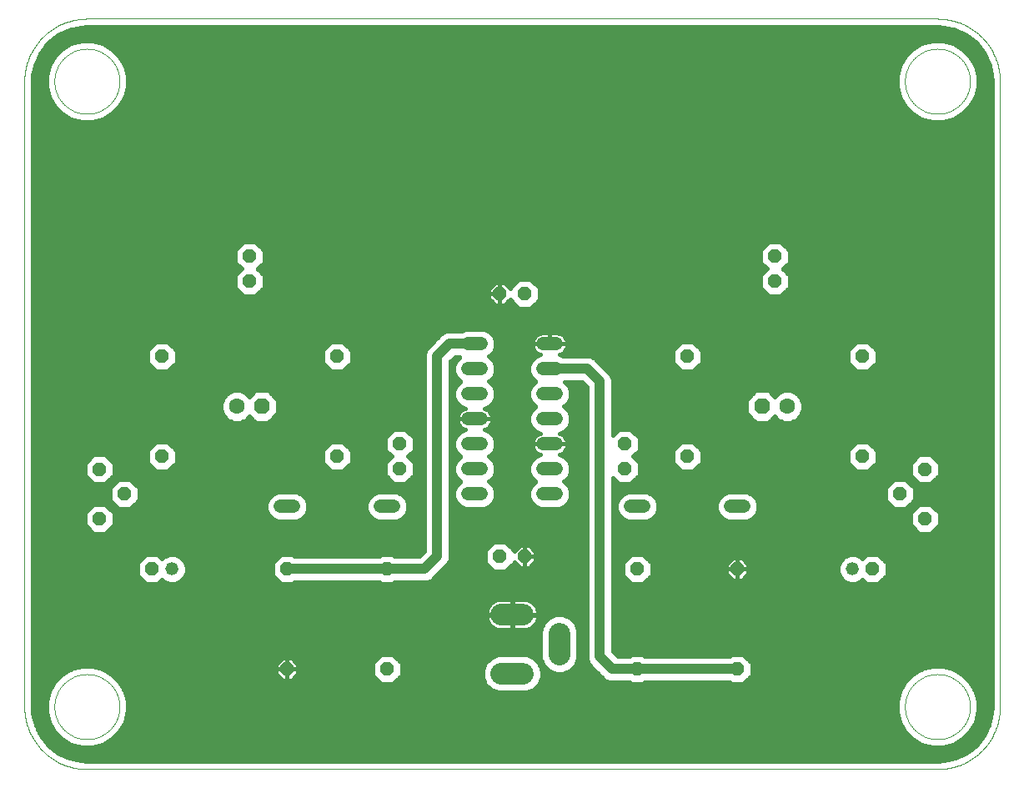
<source format=gbl>
G75*
%MOIN*%
%OFA0B0*%
%FSLAX25Y25*%
%IPPOS*%
%LPD*%
%AMOC8*
5,1,8,0,0,1.08239X$1,22.5*
%
%ADD10C,0.00000*%
%ADD11OC8,0.05200*%
%ADD12C,0.05200*%
%ADD13OC8,0.06300*%
%ADD14C,0.06300*%
%ADD15C,0.05200*%
%ADD16C,0.08600*%
%ADD17C,0.01600*%
%ADD18C,0.04000*%
D10*
X0026800Y0023933D02*
X0366800Y0023933D01*
X0353800Y0048933D02*
X0353804Y0049252D01*
X0353816Y0049571D01*
X0353835Y0049889D01*
X0353863Y0050207D01*
X0353898Y0050524D01*
X0353941Y0050840D01*
X0353991Y0051156D01*
X0354050Y0051469D01*
X0354116Y0051781D01*
X0354190Y0052092D01*
X0354271Y0052400D01*
X0354360Y0052707D01*
X0354456Y0053011D01*
X0354560Y0053313D01*
X0354671Y0053612D01*
X0354790Y0053908D01*
X0354915Y0054201D01*
X0355048Y0054491D01*
X0355188Y0054778D01*
X0355335Y0055061D01*
X0355489Y0055341D01*
X0355650Y0055616D01*
X0355817Y0055888D01*
X0355991Y0056155D01*
X0356171Y0056419D01*
X0356358Y0056677D01*
X0356551Y0056931D01*
X0356751Y0057180D01*
X0356956Y0057424D01*
X0357168Y0057663D01*
X0357385Y0057897D01*
X0357608Y0058125D01*
X0357836Y0058348D01*
X0358070Y0058565D01*
X0358309Y0058777D01*
X0358553Y0058982D01*
X0358802Y0059182D01*
X0359056Y0059375D01*
X0359314Y0059562D01*
X0359578Y0059742D01*
X0359845Y0059916D01*
X0360117Y0060083D01*
X0360392Y0060244D01*
X0360672Y0060398D01*
X0360955Y0060545D01*
X0361242Y0060685D01*
X0361532Y0060818D01*
X0361825Y0060943D01*
X0362121Y0061062D01*
X0362420Y0061173D01*
X0362722Y0061277D01*
X0363026Y0061373D01*
X0363333Y0061462D01*
X0363641Y0061543D01*
X0363952Y0061617D01*
X0364264Y0061683D01*
X0364577Y0061742D01*
X0364893Y0061792D01*
X0365209Y0061835D01*
X0365526Y0061870D01*
X0365844Y0061898D01*
X0366162Y0061917D01*
X0366481Y0061929D01*
X0366800Y0061933D01*
X0367119Y0061929D01*
X0367438Y0061917D01*
X0367756Y0061898D01*
X0368074Y0061870D01*
X0368391Y0061835D01*
X0368707Y0061792D01*
X0369023Y0061742D01*
X0369336Y0061683D01*
X0369648Y0061617D01*
X0369959Y0061543D01*
X0370267Y0061462D01*
X0370574Y0061373D01*
X0370878Y0061277D01*
X0371180Y0061173D01*
X0371479Y0061062D01*
X0371775Y0060943D01*
X0372068Y0060818D01*
X0372358Y0060685D01*
X0372645Y0060545D01*
X0372928Y0060398D01*
X0373208Y0060244D01*
X0373483Y0060083D01*
X0373755Y0059916D01*
X0374022Y0059742D01*
X0374286Y0059562D01*
X0374544Y0059375D01*
X0374798Y0059182D01*
X0375047Y0058982D01*
X0375291Y0058777D01*
X0375530Y0058565D01*
X0375764Y0058348D01*
X0375992Y0058125D01*
X0376215Y0057897D01*
X0376432Y0057663D01*
X0376644Y0057424D01*
X0376849Y0057180D01*
X0377049Y0056931D01*
X0377242Y0056677D01*
X0377429Y0056419D01*
X0377609Y0056155D01*
X0377783Y0055888D01*
X0377950Y0055616D01*
X0378111Y0055341D01*
X0378265Y0055061D01*
X0378412Y0054778D01*
X0378552Y0054491D01*
X0378685Y0054201D01*
X0378810Y0053908D01*
X0378929Y0053612D01*
X0379040Y0053313D01*
X0379144Y0053011D01*
X0379240Y0052707D01*
X0379329Y0052400D01*
X0379410Y0052092D01*
X0379484Y0051781D01*
X0379550Y0051469D01*
X0379609Y0051156D01*
X0379659Y0050840D01*
X0379702Y0050524D01*
X0379737Y0050207D01*
X0379765Y0049889D01*
X0379784Y0049571D01*
X0379796Y0049252D01*
X0379800Y0048933D01*
X0379796Y0048614D01*
X0379784Y0048295D01*
X0379765Y0047977D01*
X0379737Y0047659D01*
X0379702Y0047342D01*
X0379659Y0047026D01*
X0379609Y0046710D01*
X0379550Y0046397D01*
X0379484Y0046085D01*
X0379410Y0045774D01*
X0379329Y0045466D01*
X0379240Y0045159D01*
X0379144Y0044855D01*
X0379040Y0044553D01*
X0378929Y0044254D01*
X0378810Y0043958D01*
X0378685Y0043665D01*
X0378552Y0043375D01*
X0378412Y0043088D01*
X0378265Y0042805D01*
X0378111Y0042525D01*
X0377950Y0042250D01*
X0377783Y0041978D01*
X0377609Y0041711D01*
X0377429Y0041447D01*
X0377242Y0041189D01*
X0377049Y0040935D01*
X0376849Y0040686D01*
X0376644Y0040442D01*
X0376432Y0040203D01*
X0376215Y0039969D01*
X0375992Y0039741D01*
X0375764Y0039518D01*
X0375530Y0039301D01*
X0375291Y0039089D01*
X0375047Y0038884D01*
X0374798Y0038684D01*
X0374544Y0038491D01*
X0374286Y0038304D01*
X0374022Y0038124D01*
X0373755Y0037950D01*
X0373483Y0037783D01*
X0373208Y0037622D01*
X0372928Y0037468D01*
X0372645Y0037321D01*
X0372358Y0037181D01*
X0372068Y0037048D01*
X0371775Y0036923D01*
X0371479Y0036804D01*
X0371180Y0036693D01*
X0370878Y0036589D01*
X0370574Y0036493D01*
X0370267Y0036404D01*
X0369959Y0036323D01*
X0369648Y0036249D01*
X0369336Y0036183D01*
X0369023Y0036124D01*
X0368707Y0036074D01*
X0368391Y0036031D01*
X0368074Y0035996D01*
X0367756Y0035968D01*
X0367438Y0035949D01*
X0367119Y0035937D01*
X0366800Y0035933D01*
X0366481Y0035937D01*
X0366162Y0035949D01*
X0365844Y0035968D01*
X0365526Y0035996D01*
X0365209Y0036031D01*
X0364893Y0036074D01*
X0364577Y0036124D01*
X0364264Y0036183D01*
X0363952Y0036249D01*
X0363641Y0036323D01*
X0363333Y0036404D01*
X0363026Y0036493D01*
X0362722Y0036589D01*
X0362420Y0036693D01*
X0362121Y0036804D01*
X0361825Y0036923D01*
X0361532Y0037048D01*
X0361242Y0037181D01*
X0360955Y0037321D01*
X0360672Y0037468D01*
X0360392Y0037622D01*
X0360117Y0037783D01*
X0359845Y0037950D01*
X0359578Y0038124D01*
X0359314Y0038304D01*
X0359056Y0038491D01*
X0358802Y0038684D01*
X0358553Y0038884D01*
X0358309Y0039089D01*
X0358070Y0039301D01*
X0357836Y0039518D01*
X0357608Y0039741D01*
X0357385Y0039969D01*
X0357168Y0040203D01*
X0356956Y0040442D01*
X0356751Y0040686D01*
X0356551Y0040935D01*
X0356358Y0041189D01*
X0356171Y0041447D01*
X0355991Y0041711D01*
X0355817Y0041978D01*
X0355650Y0042250D01*
X0355489Y0042525D01*
X0355335Y0042805D01*
X0355188Y0043088D01*
X0355048Y0043375D01*
X0354915Y0043665D01*
X0354790Y0043958D01*
X0354671Y0044254D01*
X0354560Y0044553D01*
X0354456Y0044855D01*
X0354360Y0045159D01*
X0354271Y0045466D01*
X0354190Y0045774D01*
X0354116Y0046085D01*
X0354050Y0046397D01*
X0353991Y0046710D01*
X0353941Y0047026D01*
X0353898Y0047342D01*
X0353863Y0047659D01*
X0353835Y0047977D01*
X0353816Y0048295D01*
X0353804Y0048614D01*
X0353800Y0048933D01*
X0366800Y0023933D02*
X0367404Y0023940D01*
X0368008Y0023962D01*
X0368611Y0023999D01*
X0369213Y0024050D01*
X0369813Y0024115D01*
X0370412Y0024195D01*
X0371009Y0024290D01*
X0371603Y0024399D01*
X0372195Y0024522D01*
X0372783Y0024659D01*
X0373368Y0024811D01*
X0373949Y0024977D01*
X0374525Y0025157D01*
X0375098Y0025350D01*
X0375665Y0025558D01*
X0376227Y0025779D01*
X0376784Y0026013D01*
X0377335Y0026261D01*
X0377880Y0026522D01*
X0378418Y0026797D01*
X0378950Y0027084D01*
X0379474Y0027384D01*
X0379991Y0027696D01*
X0380500Y0028021D01*
X0381002Y0028358D01*
X0381495Y0028708D01*
X0381979Y0029069D01*
X0382455Y0029441D01*
X0382921Y0029825D01*
X0383378Y0030220D01*
X0383825Y0030626D01*
X0384263Y0031043D01*
X0384690Y0031470D01*
X0385107Y0031908D01*
X0385513Y0032355D01*
X0385908Y0032812D01*
X0386292Y0033278D01*
X0386664Y0033754D01*
X0387025Y0034238D01*
X0387375Y0034731D01*
X0387712Y0035233D01*
X0388037Y0035742D01*
X0388349Y0036259D01*
X0388649Y0036783D01*
X0388936Y0037315D01*
X0389211Y0037853D01*
X0389472Y0038398D01*
X0389720Y0038949D01*
X0389954Y0039506D01*
X0390175Y0040068D01*
X0390383Y0040635D01*
X0390576Y0041208D01*
X0390756Y0041784D01*
X0390922Y0042365D01*
X0391074Y0042950D01*
X0391211Y0043538D01*
X0391334Y0044130D01*
X0391443Y0044724D01*
X0391538Y0045321D01*
X0391618Y0045920D01*
X0391683Y0046520D01*
X0391734Y0047122D01*
X0391771Y0047725D01*
X0391793Y0048329D01*
X0391800Y0048933D01*
X0391800Y0298933D01*
X0353800Y0298933D02*
X0353804Y0299252D01*
X0353816Y0299571D01*
X0353835Y0299889D01*
X0353863Y0300207D01*
X0353898Y0300524D01*
X0353941Y0300840D01*
X0353991Y0301156D01*
X0354050Y0301469D01*
X0354116Y0301781D01*
X0354190Y0302092D01*
X0354271Y0302400D01*
X0354360Y0302707D01*
X0354456Y0303011D01*
X0354560Y0303313D01*
X0354671Y0303612D01*
X0354790Y0303908D01*
X0354915Y0304201D01*
X0355048Y0304491D01*
X0355188Y0304778D01*
X0355335Y0305061D01*
X0355489Y0305341D01*
X0355650Y0305616D01*
X0355817Y0305888D01*
X0355991Y0306155D01*
X0356171Y0306419D01*
X0356358Y0306677D01*
X0356551Y0306931D01*
X0356751Y0307180D01*
X0356956Y0307424D01*
X0357168Y0307663D01*
X0357385Y0307897D01*
X0357608Y0308125D01*
X0357836Y0308348D01*
X0358070Y0308565D01*
X0358309Y0308777D01*
X0358553Y0308982D01*
X0358802Y0309182D01*
X0359056Y0309375D01*
X0359314Y0309562D01*
X0359578Y0309742D01*
X0359845Y0309916D01*
X0360117Y0310083D01*
X0360392Y0310244D01*
X0360672Y0310398D01*
X0360955Y0310545D01*
X0361242Y0310685D01*
X0361532Y0310818D01*
X0361825Y0310943D01*
X0362121Y0311062D01*
X0362420Y0311173D01*
X0362722Y0311277D01*
X0363026Y0311373D01*
X0363333Y0311462D01*
X0363641Y0311543D01*
X0363952Y0311617D01*
X0364264Y0311683D01*
X0364577Y0311742D01*
X0364893Y0311792D01*
X0365209Y0311835D01*
X0365526Y0311870D01*
X0365844Y0311898D01*
X0366162Y0311917D01*
X0366481Y0311929D01*
X0366800Y0311933D01*
X0367119Y0311929D01*
X0367438Y0311917D01*
X0367756Y0311898D01*
X0368074Y0311870D01*
X0368391Y0311835D01*
X0368707Y0311792D01*
X0369023Y0311742D01*
X0369336Y0311683D01*
X0369648Y0311617D01*
X0369959Y0311543D01*
X0370267Y0311462D01*
X0370574Y0311373D01*
X0370878Y0311277D01*
X0371180Y0311173D01*
X0371479Y0311062D01*
X0371775Y0310943D01*
X0372068Y0310818D01*
X0372358Y0310685D01*
X0372645Y0310545D01*
X0372928Y0310398D01*
X0373208Y0310244D01*
X0373483Y0310083D01*
X0373755Y0309916D01*
X0374022Y0309742D01*
X0374286Y0309562D01*
X0374544Y0309375D01*
X0374798Y0309182D01*
X0375047Y0308982D01*
X0375291Y0308777D01*
X0375530Y0308565D01*
X0375764Y0308348D01*
X0375992Y0308125D01*
X0376215Y0307897D01*
X0376432Y0307663D01*
X0376644Y0307424D01*
X0376849Y0307180D01*
X0377049Y0306931D01*
X0377242Y0306677D01*
X0377429Y0306419D01*
X0377609Y0306155D01*
X0377783Y0305888D01*
X0377950Y0305616D01*
X0378111Y0305341D01*
X0378265Y0305061D01*
X0378412Y0304778D01*
X0378552Y0304491D01*
X0378685Y0304201D01*
X0378810Y0303908D01*
X0378929Y0303612D01*
X0379040Y0303313D01*
X0379144Y0303011D01*
X0379240Y0302707D01*
X0379329Y0302400D01*
X0379410Y0302092D01*
X0379484Y0301781D01*
X0379550Y0301469D01*
X0379609Y0301156D01*
X0379659Y0300840D01*
X0379702Y0300524D01*
X0379737Y0300207D01*
X0379765Y0299889D01*
X0379784Y0299571D01*
X0379796Y0299252D01*
X0379800Y0298933D01*
X0379796Y0298614D01*
X0379784Y0298295D01*
X0379765Y0297977D01*
X0379737Y0297659D01*
X0379702Y0297342D01*
X0379659Y0297026D01*
X0379609Y0296710D01*
X0379550Y0296397D01*
X0379484Y0296085D01*
X0379410Y0295774D01*
X0379329Y0295466D01*
X0379240Y0295159D01*
X0379144Y0294855D01*
X0379040Y0294553D01*
X0378929Y0294254D01*
X0378810Y0293958D01*
X0378685Y0293665D01*
X0378552Y0293375D01*
X0378412Y0293088D01*
X0378265Y0292805D01*
X0378111Y0292525D01*
X0377950Y0292250D01*
X0377783Y0291978D01*
X0377609Y0291711D01*
X0377429Y0291447D01*
X0377242Y0291189D01*
X0377049Y0290935D01*
X0376849Y0290686D01*
X0376644Y0290442D01*
X0376432Y0290203D01*
X0376215Y0289969D01*
X0375992Y0289741D01*
X0375764Y0289518D01*
X0375530Y0289301D01*
X0375291Y0289089D01*
X0375047Y0288884D01*
X0374798Y0288684D01*
X0374544Y0288491D01*
X0374286Y0288304D01*
X0374022Y0288124D01*
X0373755Y0287950D01*
X0373483Y0287783D01*
X0373208Y0287622D01*
X0372928Y0287468D01*
X0372645Y0287321D01*
X0372358Y0287181D01*
X0372068Y0287048D01*
X0371775Y0286923D01*
X0371479Y0286804D01*
X0371180Y0286693D01*
X0370878Y0286589D01*
X0370574Y0286493D01*
X0370267Y0286404D01*
X0369959Y0286323D01*
X0369648Y0286249D01*
X0369336Y0286183D01*
X0369023Y0286124D01*
X0368707Y0286074D01*
X0368391Y0286031D01*
X0368074Y0285996D01*
X0367756Y0285968D01*
X0367438Y0285949D01*
X0367119Y0285937D01*
X0366800Y0285933D01*
X0366481Y0285937D01*
X0366162Y0285949D01*
X0365844Y0285968D01*
X0365526Y0285996D01*
X0365209Y0286031D01*
X0364893Y0286074D01*
X0364577Y0286124D01*
X0364264Y0286183D01*
X0363952Y0286249D01*
X0363641Y0286323D01*
X0363333Y0286404D01*
X0363026Y0286493D01*
X0362722Y0286589D01*
X0362420Y0286693D01*
X0362121Y0286804D01*
X0361825Y0286923D01*
X0361532Y0287048D01*
X0361242Y0287181D01*
X0360955Y0287321D01*
X0360672Y0287468D01*
X0360392Y0287622D01*
X0360117Y0287783D01*
X0359845Y0287950D01*
X0359578Y0288124D01*
X0359314Y0288304D01*
X0359056Y0288491D01*
X0358802Y0288684D01*
X0358553Y0288884D01*
X0358309Y0289089D01*
X0358070Y0289301D01*
X0357836Y0289518D01*
X0357608Y0289741D01*
X0357385Y0289969D01*
X0357168Y0290203D01*
X0356956Y0290442D01*
X0356751Y0290686D01*
X0356551Y0290935D01*
X0356358Y0291189D01*
X0356171Y0291447D01*
X0355991Y0291711D01*
X0355817Y0291978D01*
X0355650Y0292250D01*
X0355489Y0292525D01*
X0355335Y0292805D01*
X0355188Y0293088D01*
X0355048Y0293375D01*
X0354915Y0293665D01*
X0354790Y0293958D01*
X0354671Y0294254D01*
X0354560Y0294553D01*
X0354456Y0294855D01*
X0354360Y0295159D01*
X0354271Y0295466D01*
X0354190Y0295774D01*
X0354116Y0296085D01*
X0354050Y0296397D01*
X0353991Y0296710D01*
X0353941Y0297026D01*
X0353898Y0297342D01*
X0353863Y0297659D01*
X0353835Y0297977D01*
X0353816Y0298295D01*
X0353804Y0298614D01*
X0353800Y0298933D01*
X0366800Y0323933D02*
X0367404Y0323926D01*
X0368008Y0323904D01*
X0368611Y0323867D01*
X0369213Y0323816D01*
X0369813Y0323751D01*
X0370412Y0323671D01*
X0371009Y0323576D01*
X0371603Y0323467D01*
X0372195Y0323344D01*
X0372783Y0323207D01*
X0373368Y0323055D01*
X0373949Y0322889D01*
X0374525Y0322709D01*
X0375098Y0322516D01*
X0375665Y0322308D01*
X0376227Y0322087D01*
X0376784Y0321853D01*
X0377335Y0321605D01*
X0377880Y0321344D01*
X0378418Y0321069D01*
X0378950Y0320782D01*
X0379474Y0320482D01*
X0379991Y0320170D01*
X0380500Y0319845D01*
X0381002Y0319508D01*
X0381495Y0319158D01*
X0381979Y0318797D01*
X0382455Y0318425D01*
X0382921Y0318041D01*
X0383378Y0317646D01*
X0383825Y0317240D01*
X0384263Y0316823D01*
X0384690Y0316396D01*
X0385107Y0315958D01*
X0385513Y0315511D01*
X0385908Y0315054D01*
X0386292Y0314588D01*
X0386664Y0314112D01*
X0387025Y0313628D01*
X0387375Y0313135D01*
X0387712Y0312633D01*
X0388037Y0312124D01*
X0388349Y0311607D01*
X0388649Y0311083D01*
X0388936Y0310551D01*
X0389211Y0310013D01*
X0389472Y0309468D01*
X0389720Y0308917D01*
X0389954Y0308360D01*
X0390175Y0307798D01*
X0390383Y0307231D01*
X0390576Y0306658D01*
X0390756Y0306082D01*
X0390922Y0305501D01*
X0391074Y0304916D01*
X0391211Y0304328D01*
X0391334Y0303736D01*
X0391443Y0303142D01*
X0391538Y0302545D01*
X0391618Y0301946D01*
X0391683Y0301346D01*
X0391734Y0300744D01*
X0391771Y0300141D01*
X0391793Y0299537D01*
X0391800Y0298933D01*
X0366800Y0323933D02*
X0026800Y0323933D01*
X0013800Y0298933D02*
X0013804Y0299252D01*
X0013816Y0299571D01*
X0013835Y0299889D01*
X0013863Y0300207D01*
X0013898Y0300524D01*
X0013941Y0300840D01*
X0013991Y0301156D01*
X0014050Y0301469D01*
X0014116Y0301781D01*
X0014190Y0302092D01*
X0014271Y0302400D01*
X0014360Y0302707D01*
X0014456Y0303011D01*
X0014560Y0303313D01*
X0014671Y0303612D01*
X0014790Y0303908D01*
X0014915Y0304201D01*
X0015048Y0304491D01*
X0015188Y0304778D01*
X0015335Y0305061D01*
X0015489Y0305341D01*
X0015650Y0305616D01*
X0015817Y0305888D01*
X0015991Y0306155D01*
X0016171Y0306419D01*
X0016358Y0306677D01*
X0016551Y0306931D01*
X0016751Y0307180D01*
X0016956Y0307424D01*
X0017168Y0307663D01*
X0017385Y0307897D01*
X0017608Y0308125D01*
X0017836Y0308348D01*
X0018070Y0308565D01*
X0018309Y0308777D01*
X0018553Y0308982D01*
X0018802Y0309182D01*
X0019056Y0309375D01*
X0019314Y0309562D01*
X0019578Y0309742D01*
X0019845Y0309916D01*
X0020117Y0310083D01*
X0020392Y0310244D01*
X0020672Y0310398D01*
X0020955Y0310545D01*
X0021242Y0310685D01*
X0021532Y0310818D01*
X0021825Y0310943D01*
X0022121Y0311062D01*
X0022420Y0311173D01*
X0022722Y0311277D01*
X0023026Y0311373D01*
X0023333Y0311462D01*
X0023641Y0311543D01*
X0023952Y0311617D01*
X0024264Y0311683D01*
X0024577Y0311742D01*
X0024893Y0311792D01*
X0025209Y0311835D01*
X0025526Y0311870D01*
X0025844Y0311898D01*
X0026162Y0311917D01*
X0026481Y0311929D01*
X0026800Y0311933D01*
X0027119Y0311929D01*
X0027438Y0311917D01*
X0027756Y0311898D01*
X0028074Y0311870D01*
X0028391Y0311835D01*
X0028707Y0311792D01*
X0029023Y0311742D01*
X0029336Y0311683D01*
X0029648Y0311617D01*
X0029959Y0311543D01*
X0030267Y0311462D01*
X0030574Y0311373D01*
X0030878Y0311277D01*
X0031180Y0311173D01*
X0031479Y0311062D01*
X0031775Y0310943D01*
X0032068Y0310818D01*
X0032358Y0310685D01*
X0032645Y0310545D01*
X0032928Y0310398D01*
X0033208Y0310244D01*
X0033483Y0310083D01*
X0033755Y0309916D01*
X0034022Y0309742D01*
X0034286Y0309562D01*
X0034544Y0309375D01*
X0034798Y0309182D01*
X0035047Y0308982D01*
X0035291Y0308777D01*
X0035530Y0308565D01*
X0035764Y0308348D01*
X0035992Y0308125D01*
X0036215Y0307897D01*
X0036432Y0307663D01*
X0036644Y0307424D01*
X0036849Y0307180D01*
X0037049Y0306931D01*
X0037242Y0306677D01*
X0037429Y0306419D01*
X0037609Y0306155D01*
X0037783Y0305888D01*
X0037950Y0305616D01*
X0038111Y0305341D01*
X0038265Y0305061D01*
X0038412Y0304778D01*
X0038552Y0304491D01*
X0038685Y0304201D01*
X0038810Y0303908D01*
X0038929Y0303612D01*
X0039040Y0303313D01*
X0039144Y0303011D01*
X0039240Y0302707D01*
X0039329Y0302400D01*
X0039410Y0302092D01*
X0039484Y0301781D01*
X0039550Y0301469D01*
X0039609Y0301156D01*
X0039659Y0300840D01*
X0039702Y0300524D01*
X0039737Y0300207D01*
X0039765Y0299889D01*
X0039784Y0299571D01*
X0039796Y0299252D01*
X0039800Y0298933D01*
X0039796Y0298614D01*
X0039784Y0298295D01*
X0039765Y0297977D01*
X0039737Y0297659D01*
X0039702Y0297342D01*
X0039659Y0297026D01*
X0039609Y0296710D01*
X0039550Y0296397D01*
X0039484Y0296085D01*
X0039410Y0295774D01*
X0039329Y0295466D01*
X0039240Y0295159D01*
X0039144Y0294855D01*
X0039040Y0294553D01*
X0038929Y0294254D01*
X0038810Y0293958D01*
X0038685Y0293665D01*
X0038552Y0293375D01*
X0038412Y0293088D01*
X0038265Y0292805D01*
X0038111Y0292525D01*
X0037950Y0292250D01*
X0037783Y0291978D01*
X0037609Y0291711D01*
X0037429Y0291447D01*
X0037242Y0291189D01*
X0037049Y0290935D01*
X0036849Y0290686D01*
X0036644Y0290442D01*
X0036432Y0290203D01*
X0036215Y0289969D01*
X0035992Y0289741D01*
X0035764Y0289518D01*
X0035530Y0289301D01*
X0035291Y0289089D01*
X0035047Y0288884D01*
X0034798Y0288684D01*
X0034544Y0288491D01*
X0034286Y0288304D01*
X0034022Y0288124D01*
X0033755Y0287950D01*
X0033483Y0287783D01*
X0033208Y0287622D01*
X0032928Y0287468D01*
X0032645Y0287321D01*
X0032358Y0287181D01*
X0032068Y0287048D01*
X0031775Y0286923D01*
X0031479Y0286804D01*
X0031180Y0286693D01*
X0030878Y0286589D01*
X0030574Y0286493D01*
X0030267Y0286404D01*
X0029959Y0286323D01*
X0029648Y0286249D01*
X0029336Y0286183D01*
X0029023Y0286124D01*
X0028707Y0286074D01*
X0028391Y0286031D01*
X0028074Y0285996D01*
X0027756Y0285968D01*
X0027438Y0285949D01*
X0027119Y0285937D01*
X0026800Y0285933D01*
X0026481Y0285937D01*
X0026162Y0285949D01*
X0025844Y0285968D01*
X0025526Y0285996D01*
X0025209Y0286031D01*
X0024893Y0286074D01*
X0024577Y0286124D01*
X0024264Y0286183D01*
X0023952Y0286249D01*
X0023641Y0286323D01*
X0023333Y0286404D01*
X0023026Y0286493D01*
X0022722Y0286589D01*
X0022420Y0286693D01*
X0022121Y0286804D01*
X0021825Y0286923D01*
X0021532Y0287048D01*
X0021242Y0287181D01*
X0020955Y0287321D01*
X0020672Y0287468D01*
X0020392Y0287622D01*
X0020117Y0287783D01*
X0019845Y0287950D01*
X0019578Y0288124D01*
X0019314Y0288304D01*
X0019056Y0288491D01*
X0018802Y0288684D01*
X0018553Y0288884D01*
X0018309Y0289089D01*
X0018070Y0289301D01*
X0017836Y0289518D01*
X0017608Y0289741D01*
X0017385Y0289969D01*
X0017168Y0290203D01*
X0016956Y0290442D01*
X0016751Y0290686D01*
X0016551Y0290935D01*
X0016358Y0291189D01*
X0016171Y0291447D01*
X0015991Y0291711D01*
X0015817Y0291978D01*
X0015650Y0292250D01*
X0015489Y0292525D01*
X0015335Y0292805D01*
X0015188Y0293088D01*
X0015048Y0293375D01*
X0014915Y0293665D01*
X0014790Y0293958D01*
X0014671Y0294254D01*
X0014560Y0294553D01*
X0014456Y0294855D01*
X0014360Y0295159D01*
X0014271Y0295466D01*
X0014190Y0295774D01*
X0014116Y0296085D01*
X0014050Y0296397D01*
X0013991Y0296710D01*
X0013941Y0297026D01*
X0013898Y0297342D01*
X0013863Y0297659D01*
X0013835Y0297977D01*
X0013816Y0298295D01*
X0013804Y0298614D01*
X0013800Y0298933D01*
X0001800Y0298933D02*
X0001800Y0048933D01*
X0013800Y0048933D02*
X0013804Y0049252D01*
X0013816Y0049571D01*
X0013835Y0049889D01*
X0013863Y0050207D01*
X0013898Y0050524D01*
X0013941Y0050840D01*
X0013991Y0051156D01*
X0014050Y0051469D01*
X0014116Y0051781D01*
X0014190Y0052092D01*
X0014271Y0052400D01*
X0014360Y0052707D01*
X0014456Y0053011D01*
X0014560Y0053313D01*
X0014671Y0053612D01*
X0014790Y0053908D01*
X0014915Y0054201D01*
X0015048Y0054491D01*
X0015188Y0054778D01*
X0015335Y0055061D01*
X0015489Y0055341D01*
X0015650Y0055616D01*
X0015817Y0055888D01*
X0015991Y0056155D01*
X0016171Y0056419D01*
X0016358Y0056677D01*
X0016551Y0056931D01*
X0016751Y0057180D01*
X0016956Y0057424D01*
X0017168Y0057663D01*
X0017385Y0057897D01*
X0017608Y0058125D01*
X0017836Y0058348D01*
X0018070Y0058565D01*
X0018309Y0058777D01*
X0018553Y0058982D01*
X0018802Y0059182D01*
X0019056Y0059375D01*
X0019314Y0059562D01*
X0019578Y0059742D01*
X0019845Y0059916D01*
X0020117Y0060083D01*
X0020392Y0060244D01*
X0020672Y0060398D01*
X0020955Y0060545D01*
X0021242Y0060685D01*
X0021532Y0060818D01*
X0021825Y0060943D01*
X0022121Y0061062D01*
X0022420Y0061173D01*
X0022722Y0061277D01*
X0023026Y0061373D01*
X0023333Y0061462D01*
X0023641Y0061543D01*
X0023952Y0061617D01*
X0024264Y0061683D01*
X0024577Y0061742D01*
X0024893Y0061792D01*
X0025209Y0061835D01*
X0025526Y0061870D01*
X0025844Y0061898D01*
X0026162Y0061917D01*
X0026481Y0061929D01*
X0026800Y0061933D01*
X0027119Y0061929D01*
X0027438Y0061917D01*
X0027756Y0061898D01*
X0028074Y0061870D01*
X0028391Y0061835D01*
X0028707Y0061792D01*
X0029023Y0061742D01*
X0029336Y0061683D01*
X0029648Y0061617D01*
X0029959Y0061543D01*
X0030267Y0061462D01*
X0030574Y0061373D01*
X0030878Y0061277D01*
X0031180Y0061173D01*
X0031479Y0061062D01*
X0031775Y0060943D01*
X0032068Y0060818D01*
X0032358Y0060685D01*
X0032645Y0060545D01*
X0032928Y0060398D01*
X0033208Y0060244D01*
X0033483Y0060083D01*
X0033755Y0059916D01*
X0034022Y0059742D01*
X0034286Y0059562D01*
X0034544Y0059375D01*
X0034798Y0059182D01*
X0035047Y0058982D01*
X0035291Y0058777D01*
X0035530Y0058565D01*
X0035764Y0058348D01*
X0035992Y0058125D01*
X0036215Y0057897D01*
X0036432Y0057663D01*
X0036644Y0057424D01*
X0036849Y0057180D01*
X0037049Y0056931D01*
X0037242Y0056677D01*
X0037429Y0056419D01*
X0037609Y0056155D01*
X0037783Y0055888D01*
X0037950Y0055616D01*
X0038111Y0055341D01*
X0038265Y0055061D01*
X0038412Y0054778D01*
X0038552Y0054491D01*
X0038685Y0054201D01*
X0038810Y0053908D01*
X0038929Y0053612D01*
X0039040Y0053313D01*
X0039144Y0053011D01*
X0039240Y0052707D01*
X0039329Y0052400D01*
X0039410Y0052092D01*
X0039484Y0051781D01*
X0039550Y0051469D01*
X0039609Y0051156D01*
X0039659Y0050840D01*
X0039702Y0050524D01*
X0039737Y0050207D01*
X0039765Y0049889D01*
X0039784Y0049571D01*
X0039796Y0049252D01*
X0039800Y0048933D01*
X0039796Y0048614D01*
X0039784Y0048295D01*
X0039765Y0047977D01*
X0039737Y0047659D01*
X0039702Y0047342D01*
X0039659Y0047026D01*
X0039609Y0046710D01*
X0039550Y0046397D01*
X0039484Y0046085D01*
X0039410Y0045774D01*
X0039329Y0045466D01*
X0039240Y0045159D01*
X0039144Y0044855D01*
X0039040Y0044553D01*
X0038929Y0044254D01*
X0038810Y0043958D01*
X0038685Y0043665D01*
X0038552Y0043375D01*
X0038412Y0043088D01*
X0038265Y0042805D01*
X0038111Y0042525D01*
X0037950Y0042250D01*
X0037783Y0041978D01*
X0037609Y0041711D01*
X0037429Y0041447D01*
X0037242Y0041189D01*
X0037049Y0040935D01*
X0036849Y0040686D01*
X0036644Y0040442D01*
X0036432Y0040203D01*
X0036215Y0039969D01*
X0035992Y0039741D01*
X0035764Y0039518D01*
X0035530Y0039301D01*
X0035291Y0039089D01*
X0035047Y0038884D01*
X0034798Y0038684D01*
X0034544Y0038491D01*
X0034286Y0038304D01*
X0034022Y0038124D01*
X0033755Y0037950D01*
X0033483Y0037783D01*
X0033208Y0037622D01*
X0032928Y0037468D01*
X0032645Y0037321D01*
X0032358Y0037181D01*
X0032068Y0037048D01*
X0031775Y0036923D01*
X0031479Y0036804D01*
X0031180Y0036693D01*
X0030878Y0036589D01*
X0030574Y0036493D01*
X0030267Y0036404D01*
X0029959Y0036323D01*
X0029648Y0036249D01*
X0029336Y0036183D01*
X0029023Y0036124D01*
X0028707Y0036074D01*
X0028391Y0036031D01*
X0028074Y0035996D01*
X0027756Y0035968D01*
X0027438Y0035949D01*
X0027119Y0035937D01*
X0026800Y0035933D01*
X0026481Y0035937D01*
X0026162Y0035949D01*
X0025844Y0035968D01*
X0025526Y0035996D01*
X0025209Y0036031D01*
X0024893Y0036074D01*
X0024577Y0036124D01*
X0024264Y0036183D01*
X0023952Y0036249D01*
X0023641Y0036323D01*
X0023333Y0036404D01*
X0023026Y0036493D01*
X0022722Y0036589D01*
X0022420Y0036693D01*
X0022121Y0036804D01*
X0021825Y0036923D01*
X0021532Y0037048D01*
X0021242Y0037181D01*
X0020955Y0037321D01*
X0020672Y0037468D01*
X0020392Y0037622D01*
X0020117Y0037783D01*
X0019845Y0037950D01*
X0019578Y0038124D01*
X0019314Y0038304D01*
X0019056Y0038491D01*
X0018802Y0038684D01*
X0018553Y0038884D01*
X0018309Y0039089D01*
X0018070Y0039301D01*
X0017836Y0039518D01*
X0017608Y0039741D01*
X0017385Y0039969D01*
X0017168Y0040203D01*
X0016956Y0040442D01*
X0016751Y0040686D01*
X0016551Y0040935D01*
X0016358Y0041189D01*
X0016171Y0041447D01*
X0015991Y0041711D01*
X0015817Y0041978D01*
X0015650Y0042250D01*
X0015489Y0042525D01*
X0015335Y0042805D01*
X0015188Y0043088D01*
X0015048Y0043375D01*
X0014915Y0043665D01*
X0014790Y0043958D01*
X0014671Y0044254D01*
X0014560Y0044553D01*
X0014456Y0044855D01*
X0014360Y0045159D01*
X0014271Y0045466D01*
X0014190Y0045774D01*
X0014116Y0046085D01*
X0014050Y0046397D01*
X0013991Y0046710D01*
X0013941Y0047026D01*
X0013898Y0047342D01*
X0013863Y0047659D01*
X0013835Y0047977D01*
X0013816Y0048295D01*
X0013804Y0048614D01*
X0013800Y0048933D01*
X0001800Y0048933D02*
X0001807Y0048329D01*
X0001829Y0047725D01*
X0001866Y0047122D01*
X0001917Y0046520D01*
X0001982Y0045920D01*
X0002062Y0045321D01*
X0002157Y0044724D01*
X0002266Y0044130D01*
X0002389Y0043538D01*
X0002526Y0042950D01*
X0002678Y0042365D01*
X0002844Y0041784D01*
X0003024Y0041208D01*
X0003217Y0040635D01*
X0003425Y0040068D01*
X0003646Y0039506D01*
X0003880Y0038949D01*
X0004128Y0038398D01*
X0004389Y0037853D01*
X0004664Y0037315D01*
X0004951Y0036783D01*
X0005251Y0036259D01*
X0005563Y0035742D01*
X0005888Y0035233D01*
X0006225Y0034731D01*
X0006575Y0034238D01*
X0006936Y0033754D01*
X0007308Y0033278D01*
X0007692Y0032812D01*
X0008087Y0032355D01*
X0008493Y0031908D01*
X0008910Y0031470D01*
X0009337Y0031043D01*
X0009775Y0030626D01*
X0010222Y0030220D01*
X0010679Y0029825D01*
X0011145Y0029441D01*
X0011621Y0029069D01*
X0012105Y0028708D01*
X0012598Y0028358D01*
X0013100Y0028021D01*
X0013609Y0027696D01*
X0014126Y0027384D01*
X0014650Y0027084D01*
X0015182Y0026797D01*
X0015720Y0026522D01*
X0016265Y0026261D01*
X0016816Y0026013D01*
X0017373Y0025779D01*
X0017935Y0025558D01*
X0018502Y0025350D01*
X0019075Y0025157D01*
X0019651Y0024977D01*
X0020232Y0024811D01*
X0020817Y0024659D01*
X0021405Y0024522D01*
X0021997Y0024399D01*
X0022591Y0024290D01*
X0023188Y0024195D01*
X0023787Y0024115D01*
X0024387Y0024050D01*
X0024989Y0023999D01*
X0025592Y0023962D01*
X0026196Y0023940D01*
X0026800Y0023933D01*
X0001800Y0298933D02*
X0001807Y0299537D01*
X0001829Y0300141D01*
X0001866Y0300744D01*
X0001917Y0301346D01*
X0001982Y0301946D01*
X0002062Y0302545D01*
X0002157Y0303142D01*
X0002266Y0303736D01*
X0002389Y0304328D01*
X0002526Y0304916D01*
X0002678Y0305501D01*
X0002844Y0306082D01*
X0003024Y0306658D01*
X0003217Y0307231D01*
X0003425Y0307798D01*
X0003646Y0308360D01*
X0003880Y0308917D01*
X0004128Y0309468D01*
X0004389Y0310013D01*
X0004664Y0310551D01*
X0004951Y0311083D01*
X0005251Y0311607D01*
X0005563Y0312124D01*
X0005888Y0312633D01*
X0006225Y0313135D01*
X0006575Y0313628D01*
X0006936Y0314112D01*
X0007308Y0314588D01*
X0007692Y0315054D01*
X0008087Y0315511D01*
X0008493Y0315958D01*
X0008910Y0316396D01*
X0009337Y0316823D01*
X0009775Y0317240D01*
X0010222Y0317646D01*
X0010679Y0318041D01*
X0011145Y0318425D01*
X0011621Y0318797D01*
X0012105Y0319158D01*
X0012598Y0319508D01*
X0013100Y0319845D01*
X0013609Y0320170D01*
X0014126Y0320482D01*
X0014650Y0320782D01*
X0015182Y0321069D01*
X0015720Y0321344D01*
X0016265Y0321605D01*
X0016816Y0321853D01*
X0017373Y0322087D01*
X0017935Y0322308D01*
X0018502Y0322516D01*
X0019075Y0322709D01*
X0019651Y0322889D01*
X0020232Y0323055D01*
X0020817Y0323207D01*
X0021405Y0323344D01*
X0021997Y0323467D01*
X0022591Y0323576D01*
X0023188Y0323671D01*
X0023787Y0323751D01*
X0024387Y0323816D01*
X0024989Y0323867D01*
X0025592Y0323904D01*
X0026196Y0323926D01*
X0026800Y0323933D01*
D11*
X0091800Y0228933D03*
X0091800Y0218933D03*
X0056800Y0188933D03*
X0056800Y0148933D03*
X0041800Y0133933D03*
X0031800Y0124033D03*
X0031800Y0143833D03*
X0052800Y0103933D03*
X0106800Y0103933D03*
X0146800Y0103933D03*
X0191800Y0108933D03*
X0201800Y0108933D03*
X0246800Y0103933D03*
X0286800Y0103933D03*
X0286800Y0063933D03*
X0246800Y0063933D03*
X0340800Y0103933D03*
X0361800Y0124033D03*
X0351800Y0133933D03*
X0361800Y0143833D03*
X0336800Y0148933D03*
X0336800Y0188933D03*
X0301800Y0218933D03*
X0301800Y0228933D03*
X0266800Y0188933D03*
X0241800Y0153933D03*
X0241800Y0143933D03*
X0266800Y0148933D03*
X0201800Y0213933D03*
X0191800Y0213933D03*
X0126800Y0188933D03*
X0151800Y0153933D03*
X0151800Y0143933D03*
X0126800Y0148933D03*
X0106800Y0063933D03*
X0146800Y0063933D03*
D12*
X0060800Y0103933D03*
X0332800Y0103933D03*
D13*
X0296800Y0168933D03*
X0096800Y0168933D03*
D14*
X0086800Y0168933D03*
X0306800Y0168933D03*
D15*
X0289400Y0128933D02*
X0284200Y0128933D01*
X0249400Y0128933D02*
X0244200Y0128933D01*
X0214400Y0133933D02*
X0209200Y0133933D01*
X0209200Y0143933D02*
X0214400Y0143933D01*
X0214400Y0153933D02*
X0209200Y0153933D01*
X0209200Y0163933D02*
X0214400Y0163933D01*
X0214400Y0173933D02*
X0209200Y0173933D01*
X0209200Y0183933D02*
X0214400Y0183933D01*
X0214400Y0193933D02*
X0209200Y0193933D01*
X0184400Y0193933D02*
X0179200Y0193933D01*
X0179200Y0183933D02*
X0184400Y0183933D01*
X0184400Y0173933D02*
X0179200Y0173933D01*
X0179200Y0163933D02*
X0184400Y0163933D01*
X0184400Y0153933D02*
X0179200Y0153933D01*
X0179200Y0143933D02*
X0184400Y0143933D01*
X0184400Y0133933D02*
X0179200Y0133933D01*
X0149400Y0128933D02*
X0144200Y0128933D01*
X0109400Y0128933D02*
X0104200Y0128933D01*
D16*
X0192500Y0085744D02*
X0201100Y0085744D01*
X0215698Y0078233D02*
X0215698Y0069633D01*
X0201100Y0062122D02*
X0192500Y0062122D01*
D17*
X0185634Y0059100D02*
X0150170Y0059100D01*
X0149202Y0058133D02*
X0152600Y0061531D01*
X0152600Y0066335D01*
X0149202Y0069733D01*
X0144398Y0069733D01*
X0141000Y0066335D01*
X0141000Y0061531D01*
X0144398Y0058133D01*
X0149202Y0058133D01*
X0151768Y0060699D02*
X0185000Y0060699D01*
X0185000Y0060630D02*
X0186142Y0057874D01*
X0188252Y0055764D01*
X0191008Y0054622D01*
X0202592Y0054622D01*
X0205348Y0055764D01*
X0207458Y0057874D01*
X0208600Y0060630D01*
X0208600Y0063614D01*
X0207458Y0066370D01*
X0205348Y0068480D01*
X0202592Y0069622D01*
X0191008Y0069622D01*
X0188252Y0068480D01*
X0186142Y0066370D01*
X0185000Y0063614D01*
X0185000Y0060630D01*
X0185000Y0062297D02*
X0152600Y0062297D01*
X0152600Y0063896D02*
X0185117Y0063896D01*
X0185779Y0065494D02*
X0152600Y0065494D01*
X0151843Y0067093D02*
X0186864Y0067093D01*
X0188761Y0068691D02*
X0150244Y0068691D01*
X0143356Y0068691D02*
X0005000Y0068691D01*
X0005000Y0067093D02*
X0103737Y0067093D01*
X0104977Y0068333D02*
X0102400Y0065756D01*
X0102400Y0063933D01*
X0102400Y0062111D01*
X0104977Y0059533D01*
X0106800Y0059533D01*
X0108623Y0059533D01*
X0111200Y0062111D01*
X0111200Y0063933D01*
X0106800Y0063933D01*
X0106800Y0059533D01*
X0106800Y0063933D01*
X0106800Y0063933D01*
X0106800Y0063933D01*
X0102400Y0063933D01*
X0106800Y0063933D01*
X0106800Y0063933D01*
X0111200Y0063933D01*
X0111200Y0065756D01*
X0108623Y0068333D01*
X0106800Y0068333D01*
X0106800Y0063933D01*
X0106800Y0063933D01*
X0106800Y0068333D01*
X0104977Y0068333D01*
X0106800Y0067093D02*
X0106800Y0067093D01*
X0106800Y0065494D02*
X0106800Y0065494D01*
X0106800Y0063896D02*
X0106800Y0063896D01*
X0106800Y0062297D02*
X0106800Y0062297D01*
X0106800Y0060699D02*
X0106800Y0060699D01*
X0109788Y0060699D02*
X0141832Y0060699D01*
X0141000Y0062297D02*
X0111200Y0062297D01*
X0111200Y0063896D02*
X0141000Y0063896D01*
X0141000Y0065494D02*
X0111200Y0065494D01*
X0109863Y0067093D02*
X0141757Y0067093D01*
X0143430Y0059100D02*
X0039543Y0059100D01*
X0039763Y0058880D02*
X0036747Y0061896D01*
X0033053Y0064029D01*
X0028933Y0065133D01*
X0024667Y0065133D01*
X0020547Y0064029D01*
X0016853Y0061896D01*
X0013837Y0058880D01*
X0011704Y0055186D01*
X0010600Y0051066D01*
X0010600Y0046800D01*
X0011704Y0042680D01*
X0013837Y0038986D01*
X0016853Y0035970D01*
X0020547Y0033837D01*
X0024667Y0032733D01*
X0028933Y0032733D01*
X0033053Y0033837D01*
X0036747Y0035970D01*
X0039763Y0038986D01*
X0041896Y0042680D01*
X0043000Y0046800D01*
X0043000Y0051066D01*
X0041896Y0055186D01*
X0039763Y0058880D01*
X0040559Y0057502D02*
X0186514Y0057502D01*
X0188112Y0055903D02*
X0041482Y0055903D01*
X0042132Y0054305D02*
X0351468Y0054305D01*
X0351704Y0055186D02*
X0350600Y0051066D01*
X0350600Y0046800D01*
X0351704Y0042680D01*
X0353837Y0038986D01*
X0356853Y0035970D01*
X0360547Y0033837D01*
X0364667Y0032733D01*
X0368933Y0032733D01*
X0373053Y0033837D01*
X0376747Y0035970D01*
X0379763Y0038986D01*
X0381896Y0042680D01*
X0383000Y0046800D01*
X0383000Y0051066D01*
X0381896Y0055186D01*
X0379763Y0058880D01*
X0376747Y0061896D01*
X0373053Y0064029D01*
X0368933Y0065133D01*
X0364667Y0065133D01*
X0360547Y0064029D01*
X0356853Y0061896D01*
X0353837Y0058880D01*
X0351704Y0055186D01*
X0352118Y0055903D02*
X0205488Y0055903D01*
X0207086Y0057502D02*
X0353041Y0057502D01*
X0354057Y0059100D02*
X0290170Y0059100D01*
X0289202Y0058133D02*
X0284398Y0058133D01*
X0283798Y0058733D01*
X0249802Y0058733D01*
X0249202Y0058133D01*
X0244398Y0058133D01*
X0243798Y0058733D01*
X0235766Y0058733D01*
X0233854Y0059525D01*
X0228854Y0064525D01*
X0227392Y0065988D01*
X0226600Y0067899D01*
X0226600Y0176779D01*
X0224646Y0178733D01*
X0217802Y0178733D01*
X0219317Y0177219D01*
X0220200Y0175087D01*
X0220200Y0172779D01*
X0219317Y0170648D01*
X0217685Y0169016D01*
X0217485Y0168933D01*
X0217685Y0168850D01*
X0219317Y0167219D01*
X0220200Y0165087D01*
X0220200Y0162779D01*
X0219317Y0160648D01*
X0217685Y0159016D01*
X0215623Y0158162D01*
X0216089Y0158011D01*
X0216706Y0157696D01*
X0217266Y0157289D01*
X0217756Y0156799D01*
X0218163Y0156239D01*
X0218478Y0155622D01*
X0218692Y0154963D01*
X0218800Y0154279D01*
X0218800Y0153933D01*
X0211800Y0153933D01*
X0211800Y0153933D01*
X0204800Y0153933D01*
X0204800Y0153587D01*
X0204908Y0152903D01*
X0205122Y0152244D01*
X0205437Y0151627D01*
X0205844Y0151067D01*
X0206334Y0150577D01*
X0206894Y0150170D01*
X0207511Y0149855D01*
X0207977Y0149704D01*
X0205915Y0148850D01*
X0204283Y0147219D01*
X0203400Y0145087D01*
X0203400Y0142779D01*
X0204283Y0140648D01*
X0205915Y0139016D01*
X0206115Y0138933D01*
X0205915Y0138850D01*
X0204283Y0137219D01*
X0203400Y0135087D01*
X0203400Y0132779D01*
X0204283Y0130648D01*
X0205915Y0129016D01*
X0208046Y0128133D01*
X0215554Y0128133D01*
X0217685Y0129016D01*
X0219317Y0130648D01*
X0220200Y0132779D01*
X0220200Y0135087D01*
X0219317Y0137219D01*
X0217685Y0138850D01*
X0217485Y0138933D01*
X0217685Y0139016D01*
X0219317Y0140648D01*
X0220200Y0142779D01*
X0220200Y0145087D01*
X0219317Y0147219D01*
X0217685Y0148850D01*
X0215623Y0149704D01*
X0216089Y0149855D01*
X0216706Y0150170D01*
X0217266Y0150577D01*
X0217756Y0151067D01*
X0218163Y0151627D01*
X0218478Y0152244D01*
X0218692Y0152903D01*
X0218800Y0153587D01*
X0218800Y0153933D01*
X0211800Y0153933D01*
X0211800Y0153933D01*
X0204800Y0153933D01*
X0204800Y0154279D01*
X0204908Y0154963D01*
X0205122Y0155622D01*
X0205437Y0156239D01*
X0205844Y0156799D01*
X0206334Y0157289D01*
X0206894Y0157696D01*
X0207511Y0158011D01*
X0207977Y0158162D01*
X0205915Y0159016D01*
X0204283Y0160648D01*
X0203400Y0162779D01*
X0203400Y0165087D01*
X0204283Y0167219D01*
X0205915Y0168850D01*
X0206115Y0168933D01*
X0205915Y0169016D01*
X0204283Y0170648D01*
X0203400Y0172779D01*
X0203400Y0175087D01*
X0204283Y0177219D01*
X0205915Y0178850D01*
X0206115Y0178933D01*
X0205915Y0179016D01*
X0204283Y0180648D01*
X0203400Y0182779D01*
X0203400Y0185087D01*
X0204283Y0187219D01*
X0205915Y0188850D01*
X0207977Y0189704D01*
X0207511Y0189855D01*
X0206894Y0190170D01*
X0206334Y0190577D01*
X0205844Y0191067D01*
X0205437Y0191627D01*
X0205122Y0192244D01*
X0204908Y0192903D01*
X0204800Y0193587D01*
X0204800Y0193933D01*
X0211800Y0193933D01*
X0211800Y0193933D01*
X0218800Y0193933D01*
X0218800Y0193587D01*
X0218692Y0192903D01*
X0218478Y0192244D01*
X0218163Y0191627D01*
X0217756Y0191067D01*
X0217266Y0190577D01*
X0216706Y0190170D01*
X0216089Y0189855D01*
X0215623Y0189704D01*
X0217002Y0189133D01*
X0227834Y0189133D01*
X0229746Y0188341D01*
X0231208Y0186879D01*
X0236208Y0181879D01*
X0237000Y0179967D01*
X0237000Y0157335D01*
X0239398Y0159733D01*
X0244202Y0159733D01*
X0247600Y0156335D01*
X0247600Y0151531D01*
X0245002Y0148933D01*
X0247600Y0146335D01*
X0247600Y0141531D01*
X0244202Y0138133D01*
X0239398Y0138133D01*
X0237000Y0140531D01*
X0237000Y0071087D01*
X0238954Y0069133D01*
X0243798Y0069133D01*
X0244398Y0069733D01*
X0249202Y0069733D01*
X0249802Y0069133D01*
X0283798Y0069133D01*
X0284398Y0069733D01*
X0289202Y0069733D01*
X0292600Y0066335D01*
X0292600Y0061531D01*
X0289202Y0058133D01*
X0291768Y0060699D02*
X0355656Y0060699D01*
X0357548Y0062297D02*
X0292600Y0062297D01*
X0292600Y0063896D02*
X0360316Y0063896D01*
X0373284Y0063896D02*
X0388600Y0063896D01*
X0388600Y0065494D02*
X0292600Y0065494D01*
X0291843Y0067093D02*
X0388600Y0067093D01*
X0388600Y0068691D02*
X0290244Y0068691D01*
X0288623Y0099533D02*
X0286800Y0099533D01*
X0286800Y0103933D01*
X0286800Y0103933D01*
X0286800Y0099533D01*
X0284977Y0099533D01*
X0282400Y0102111D01*
X0282400Y0103933D01*
X0286800Y0103933D01*
X0286800Y0103933D01*
X0291200Y0103933D01*
X0291200Y0102111D01*
X0288623Y0099533D01*
X0289751Y0100662D02*
X0327877Y0100662D01*
X0327883Y0100648D02*
X0329515Y0099016D01*
X0331646Y0098133D01*
X0333954Y0098133D01*
X0336085Y0099016D01*
X0336800Y0099731D01*
X0338398Y0098133D01*
X0343202Y0098133D01*
X0346600Y0101531D01*
X0346600Y0106335D01*
X0343202Y0109733D01*
X0338398Y0109733D01*
X0336800Y0108135D01*
X0336085Y0108850D01*
X0333954Y0109733D01*
X0331646Y0109733D01*
X0329515Y0108850D01*
X0327883Y0107219D01*
X0327000Y0105087D01*
X0327000Y0102779D01*
X0327883Y0100648D01*
X0327215Y0102260D02*
X0291200Y0102260D01*
X0291200Y0103859D02*
X0327000Y0103859D01*
X0327153Y0105457D02*
X0291200Y0105457D01*
X0291200Y0105756D02*
X0288623Y0108333D01*
X0286800Y0108333D01*
X0286800Y0103933D01*
X0286800Y0103933D01*
X0282400Y0103933D01*
X0282400Y0105756D01*
X0284977Y0108333D01*
X0286800Y0108333D01*
X0286800Y0103933D01*
X0291200Y0103933D01*
X0291200Y0105756D01*
X0289900Y0107056D02*
X0327816Y0107056D01*
X0329319Y0108654D02*
X0250281Y0108654D01*
X0249202Y0109733D02*
X0252600Y0106335D01*
X0252600Y0101531D01*
X0249202Y0098133D01*
X0244398Y0098133D01*
X0241000Y0101531D01*
X0241000Y0106335D01*
X0244398Y0109733D01*
X0249202Y0109733D01*
X0251880Y0107056D02*
X0283700Y0107056D01*
X0282400Y0105457D02*
X0252600Y0105457D01*
X0252600Y0103859D02*
X0282400Y0103859D01*
X0282400Y0102260D02*
X0252600Y0102260D01*
X0251731Y0100662D02*
X0283849Y0100662D01*
X0286800Y0100662D02*
X0286800Y0100662D01*
X0286800Y0102260D02*
X0286800Y0102260D01*
X0286800Y0103859D02*
X0286800Y0103859D01*
X0286800Y0103933D02*
X0286800Y0103933D01*
X0286800Y0105457D02*
X0286800Y0105457D01*
X0286800Y0107056D02*
X0286800Y0107056D01*
X0283046Y0123133D02*
X0290554Y0123133D01*
X0292685Y0124016D01*
X0294317Y0125648D01*
X0295200Y0127779D01*
X0295200Y0130087D01*
X0294317Y0132219D01*
X0292685Y0133850D01*
X0290554Y0134733D01*
X0283046Y0134733D01*
X0280915Y0133850D01*
X0279283Y0132219D01*
X0278400Y0130087D01*
X0278400Y0127779D01*
X0279283Y0125648D01*
X0280915Y0124016D01*
X0283046Y0123133D01*
X0280291Y0124639D02*
X0253309Y0124639D01*
X0252685Y0124016D02*
X0254317Y0125648D01*
X0255200Y0127779D01*
X0255200Y0130087D01*
X0254317Y0132219D01*
X0252685Y0133850D01*
X0250554Y0134733D01*
X0243046Y0134733D01*
X0240915Y0133850D01*
X0239283Y0132219D01*
X0238400Y0130087D01*
X0238400Y0127779D01*
X0239283Y0125648D01*
X0240915Y0124016D01*
X0243046Y0123133D01*
X0250554Y0123133D01*
X0252685Y0124016D01*
X0254561Y0126238D02*
X0279039Y0126238D01*
X0278400Y0127836D02*
X0255200Y0127836D01*
X0255200Y0129435D02*
X0278400Y0129435D01*
X0278792Y0131033D02*
X0254808Y0131033D01*
X0253904Y0132632D02*
X0279696Y0132632D01*
X0281833Y0134230D02*
X0251767Y0134230D01*
X0246694Y0140624D02*
X0356806Y0140624D01*
X0356000Y0141431D02*
X0359398Y0138033D01*
X0364202Y0138033D01*
X0367600Y0141431D01*
X0367600Y0146235D01*
X0364202Y0149633D01*
X0359398Y0149633D01*
X0356000Y0146235D01*
X0356000Y0141431D01*
X0356000Y0142223D02*
X0247600Y0142223D01*
X0247600Y0143821D02*
X0263709Y0143821D01*
X0264398Y0143133D02*
X0269202Y0143133D01*
X0272600Y0146531D01*
X0272600Y0151335D01*
X0269202Y0154733D01*
X0264398Y0154733D01*
X0261000Y0151335D01*
X0261000Y0146531D01*
X0264398Y0143133D01*
X0262111Y0145420D02*
X0247600Y0145420D01*
X0246917Y0147018D02*
X0261000Y0147018D01*
X0261000Y0148617D02*
X0245319Y0148617D01*
X0246285Y0150215D02*
X0261000Y0150215D01*
X0261478Y0151814D02*
X0247600Y0151814D01*
X0247600Y0153412D02*
X0263077Y0153412D01*
X0270523Y0153412D02*
X0333077Y0153412D01*
X0334398Y0154733D02*
X0331000Y0151335D01*
X0331000Y0146531D01*
X0334398Y0143133D01*
X0339202Y0143133D01*
X0342600Y0146531D01*
X0342600Y0151335D01*
X0339202Y0154733D01*
X0334398Y0154733D01*
X0331478Y0151814D02*
X0272122Y0151814D01*
X0272600Y0150215D02*
X0331000Y0150215D01*
X0331000Y0148617D02*
X0272600Y0148617D01*
X0272600Y0147018D02*
X0331000Y0147018D01*
X0332111Y0145420D02*
X0271489Y0145420D01*
X0269891Y0143821D02*
X0333709Y0143821D01*
X0339891Y0143821D02*
X0356000Y0143821D01*
X0356000Y0145420D02*
X0341489Y0145420D01*
X0342600Y0147018D02*
X0356783Y0147018D01*
X0358381Y0148617D02*
X0342600Y0148617D01*
X0342600Y0150215D02*
X0388600Y0150215D01*
X0388600Y0148617D02*
X0365219Y0148617D01*
X0366817Y0147018D02*
X0388600Y0147018D01*
X0388600Y0145420D02*
X0367600Y0145420D01*
X0367600Y0143821D02*
X0388600Y0143821D01*
X0388600Y0142223D02*
X0367600Y0142223D01*
X0366794Y0140624D02*
X0388600Y0140624D01*
X0388600Y0139026D02*
X0365195Y0139026D01*
X0358405Y0139026D02*
X0354910Y0139026D01*
X0354202Y0139733D02*
X0349398Y0139733D01*
X0346000Y0136335D01*
X0346000Y0131531D01*
X0349398Y0128133D01*
X0354202Y0128133D01*
X0357600Y0131531D01*
X0357600Y0136335D01*
X0354202Y0139733D01*
X0356508Y0137427D02*
X0388600Y0137427D01*
X0388600Y0135829D02*
X0357600Y0135829D01*
X0357600Y0134230D02*
X0388600Y0134230D01*
X0388600Y0132632D02*
X0357600Y0132632D01*
X0357103Y0131033D02*
X0388600Y0131033D01*
X0388600Y0129435D02*
X0364601Y0129435D01*
X0364202Y0129833D02*
X0359398Y0129833D01*
X0356000Y0126435D01*
X0356000Y0121631D01*
X0359398Y0118233D01*
X0364202Y0118233D01*
X0367600Y0121631D01*
X0367600Y0126435D01*
X0364202Y0129833D01*
X0366199Y0127836D02*
X0388600Y0127836D01*
X0388600Y0126238D02*
X0367600Y0126238D01*
X0367600Y0124639D02*
X0388600Y0124639D01*
X0388600Y0123041D02*
X0367600Y0123041D01*
X0367412Y0121442D02*
X0388600Y0121442D01*
X0388600Y0119844D02*
X0365813Y0119844D01*
X0364215Y0118245D02*
X0388600Y0118245D01*
X0388600Y0116647D02*
X0237000Y0116647D01*
X0237000Y0118245D02*
X0359385Y0118245D01*
X0357787Y0119844D02*
X0237000Y0119844D01*
X0237000Y0121442D02*
X0356188Y0121442D01*
X0356000Y0123041D02*
X0237000Y0123041D01*
X0237000Y0124639D02*
X0240291Y0124639D01*
X0239039Y0126238D02*
X0237000Y0126238D01*
X0237000Y0127836D02*
X0238400Y0127836D01*
X0238400Y0129435D02*
X0237000Y0129435D01*
X0237000Y0131033D02*
X0238792Y0131033D01*
X0239696Y0132632D02*
X0237000Y0132632D01*
X0237000Y0134230D02*
X0241833Y0134230D01*
X0237000Y0135829D02*
X0346000Y0135829D01*
X0346000Y0134230D02*
X0291767Y0134230D01*
X0293904Y0132632D02*
X0346000Y0132632D01*
X0346497Y0131033D02*
X0294808Y0131033D01*
X0295200Y0129435D02*
X0348096Y0129435D01*
X0355504Y0129435D02*
X0358999Y0129435D01*
X0357401Y0127836D02*
X0295200Y0127836D01*
X0294561Y0126238D02*
X0356000Y0126238D01*
X0356000Y0124639D02*
X0293309Y0124639D01*
X0329468Y0099063D02*
X0250132Y0099063D01*
X0243468Y0099063D02*
X0237000Y0099063D01*
X0237000Y0097465D02*
X0388600Y0097465D01*
X0388600Y0099063D02*
X0344132Y0099063D01*
X0345731Y0100662D02*
X0388600Y0100662D01*
X0388600Y0102260D02*
X0346600Y0102260D01*
X0346600Y0103859D02*
X0388600Y0103859D01*
X0388600Y0105457D02*
X0346600Y0105457D01*
X0345880Y0107056D02*
X0388600Y0107056D01*
X0388600Y0108654D02*
X0344281Y0108654D01*
X0337319Y0108654D02*
X0336281Y0108654D01*
X0336132Y0099063D02*
X0337468Y0099063D01*
X0376052Y0062297D02*
X0388600Y0062297D01*
X0388600Y0060699D02*
X0377944Y0060699D01*
X0379543Y0059100D02*
X0388600Y0059100D01*
X0388600Y0057502D02*
X0380559Y0057502D01*
X0381482Y0055903D02*
X0388600Y0055903D01*
X0388600Y0054305D02*
X0382132Y0054305D01*
X0382560Y0052706D02*
X0388600Y0052706D01*
X0388600Y0051108D02*
X0382989Y0051108D01*
X0383000Y0049509D02*
X0388600Y0049509D01*
X0388600Y0048933D02*
X0388463Y0046492D01*
X0387377Y0041733D01*
X0385259Y0037335D01*
X0382215Y0033518D01*
X0378398Y0030474D01*
X0374000Y0028356D01*
X0369241Y0027270D01*
X0366800Y0027133D01*
X0026800Y0027133D01*
X0024359Y0027270D01*
X0019600Y0028356D01*
X0015202Y0030474D01*
X0011385Y0033518D01*
X0008341Y0037335D01*
X0006223Y0041733D01*
X0005137Y0046492D01*
X0005000Y0048933D01*
X0005000Y0298933D01*
X0005137Y0301374D01*
X0006223Y0306133D01*
X0008341Y0310531D01*
X0011385Y0314348D01*
X0015202Y0317392D01*
X0019600Y0319510D01*
X0024359Y0320596D01*
X0026800Y0320733D01*
X0366800Y0320733D01*
X0369241Y0320596D01*
X0374000Y0319510D01*
X0378398Y0317392D01*
X0382215Y0314348D01*
X0385259Y0310531D01*
X0387377Y0306133D01*
X0388463Y0301374D01*
X0388600Y0298933D01*
X0388600Y0048933D01*
X0388543Y0047911D02*
X0383000Y0047911D01*
X0382869Y0046312D02*
X0388422Y0046312D01*
X0388057Y0044714D02*
X0382441Y0044714D01*
X0382013Y0043115D02*
X0387692Y0043115D01*
X0387273Y0041517D02*
X0381224Y0041517D01*
X0380301Y0039918D02*
X0386503Y0039918D01*
X0385733Y0038320D02*
X0379097Y0038320D01*
X0377498Y0036721D02*
X0384769Y0036721D01*
X0383494Y0035123D02*
X0375280Y0035123D01*
X0371885Y0033524D02*
X0382220Y0033524D01*
X0380218Y0031926D02*
X0013382Y0031926D01*
X0011380Y0033524D02*
X0021715Y0033524D01*
X0018320Y0035123D02*
X0010106Y0035123D01*
X0008831Y0036721D02*
X0016102Y0036721D01*
X0014503Y0038320D02*
X0007867Y0038320D01*
X0007097Y0039918D02*
X0013299Y0039918D01*
X0012376Y0041517D02*
X0006327Y0041517D01*
X0005908Y0043115D02*
X0011587Y0043115D01*
X0011159Y0044714D02*
X0005543Y0044714D01*
X0005178Y0046312D02*
X0010731Y0046312D01*
X0010600Y0047911D02*
X0005057Y0047911D01*
X0005000Y0049509D02*
X0010600Y0049509D01*
X0010611Y0051108D02*
X0005000Y0051108D01*
X0005000Y0052706D02*
X0011040Y0052706D01*
X0011468Y0054305D02*
X0005000Y0054305D01*
X0005000Y0055903D02*
X0012118Y0055903D01*
X0013041Y0057502D02*
X0005000Y0057502D01*
X0005000Y0059100D02*
X0014057Y0059100D01*
X0015656Y0060699D02*
X0005000Y0060699D01*
X0005000Y0062297D02*
X0017548Y0062297D01*
X0020316Y0063896D02*
X0005000Y0063896D01*
X0005000Y0065494D02*
X0102400Y0065494D01*
X0102400Y0063896D02*
X0033284Y0063896D01*
X0036052Y0062297D02*
X0102400Y0062297D01*
X0103812Y0060699D02*
X0037944Y0060699D01*
X0042560Y0052706D02*
X0351040Y0052706D01*
X0350611Y0051108D02*
X0042989Y0051108D01*
X0043000Y0049509D02*
X0350600Y0049509D01*
X0350600Y0047911D02*
X0043000Y0047911D01*
X0042869Y0046312D02*
X0350731Y0046312D01*
X0351159Y0044714D02*
X0042441Y0044714D01*
X0042013Y0043115D02*
X0351587Y0043115D01*
X0352376Y0041517D02*
X0041224Y0041517D01*
X0040301Y0039918D02*
X0353299Y0039918D01*
X0354503Y0038320D02*
X0039097Y0038320D01*
X0037498Y0036721D02*
X0356102Y0036721D01*
X0358320Y0035123D02*
X0035280Y0035123D01*
X0031885Y0033524D02*
X0361715Y0033524D01*
X0374773Y0028729D02*
X0018827Y0028729D01*
X0015508Y0030327D02*
X0378092Y0030327D01*
X0388600Y0070290D02*
X0237797Y0070290D01*
X0237000Y0071888D02*
X0388600Y0071888D01*
X0388600Y0073487D02*
X0237000Y0073487D01*
X0237000Y0075085D02*
X0388600Y0075085D01*
X0388600Y0076684D02*
X0237000Y0076684D01*
X0237000Y0078282D02*
X0388600Y0078282D01*
X0388600Y0079881D02*
X0237000Y0079881D01*
X0237000Y0081479D02*
X0388600Y0081479D01*
X0388600Y0083078D02*
X0237000Y0083078D01*
X0237000Y0084677D02*
X0388600Y0084677D01*
X0388600Y0086275D02*
X0237000Y0086275D01*
X0237000Y0087874D02*
X0388600Y0087874D01*
X0388600Y0089472D02*
X0237000Y0089472D01*
X0237000Y0091071D02*
X0388600Y0091071D01*
X0388600Y0092669D02*
X0237000Y0092669D01*
X0237000Y0094268D02*
X0388600Y0094268D01*
X0388600Y0095866D02*
X0237000Y0095866D01*
X0237000Y0100662D02*
X0241869Y0100662D01*
X0241000Y0102260D02*
X0237000Y0102260D01*
X0237000Y0103859D02*
X0241000Y0103859D01*
X0241000Y0105457D02*
X0237000Y0105457D01*
X0237000Y0107056D02*
X0241720Y0107056D01*
X0243319Y0108654D02*
X0237000Y0108654D01*
X0237000Y0110253D02*
X0388600Y0110253D01*
X0388600Y0111851D02*
X0237000Y0111851D01*
X0237000Y0113450D02*
X0388600Y0113450D01*
X0388600Y0115048D02*
X0237000Y0115048D01*
X0226600Y0115048D02*
X0172000Y0115048D01*
X0172000Y0113450D02*
X0188114Y0113450D01*
X0189398Y0114733D02*
X0186000Y0111335D01*
X0186000Y0106531D01*
X0189398Y0103133D01*
X0194202Y0103133D01*
X0197600Y0106531D01*
X0197600Y0106911D01*
X0199977Y0104533D01*
X0201800Y0104533D01*
X0203623Y0104533D01*
X0206200Y0107111D01*
X0206200Y0108933D01*
X0201800Y0108933D01*
X0201800Y0104533D01*
X0201800Y0108933D01*
X0201800Y0108933D01*
X0201800Y0108933D01*
X0206200Y0108933D01*
X0206200Y0110756D01*
X0203623Y0113333D01*
X0201800Y0113333D01*
X0201800Y0108933D01*
X0201800Y0108933D01*
X0201800Y0113333D01*
X0199977Y0113333D01*
X0197600Y0110956D01*
X0197600Y0111335D01*
X0194202Y0114733D01*
X0189398Y0114733D01*
X0186516Y0111851D02*
X0172000Y0111851D01*
X0172000Y0110253D02*
X0186000Y0110253D01*
X0186000Y0108654D02*
X0172000Y0108654D01*
X0172000Y0107899D02*
X0172000Y0186779D01*
X0173954Y0188733D01*
X0175798Y0188733D01*
X0174283Y0187219D01*
X0173400Y0185087D01*
X0173400Y0182779D01*
X0174283Y0180648D01*
X0175915Y0179016D01*
X0176115Y0178933D01*
X0175915Y0178850D01*
X0174283Y0177219D01*
X0173400Y0175087D01*
X0173400Y0172779D01*
X0174283Y0170648D01*
X0175915Y0169016D01*
X0177977Y0168162D01*
X0177511Y0168011D01*
X0176894Y0167696D01*
X0176334Y0167289D01*
X0175844Y0166799D01*
X0175437Y0166239D01*
X0175122Y0165622D01*
X0174908Y0164963D01*
X0174800Y0164279D01*
X0174800Y0163933D01*
X0174800Y0163587D01*
X0174908Y0162903D01*
X0175122Y0162244D01*
X0175437Y0161627D01*
X0175844Y0161067D01*
X0176334Y0160577D01*
X0176894Y0160170D01*
X0177511Y0159855D01*
X0177977Y0159704D01*
X0175915Y0158850D01*
X0174283Y0157219D01*
X0173400Y0155087D01*
X0173400Y0152779D01*
X0174283Y0150648D01*
X0175915Y0149016D01*
X0176115Y0148933D01*
X0175915Y0148850D01*
X0174283Y0147219D01*
X0173400Y0145087D01*
X0173400Y0142779D01*
X0174283Y0140648D01*
X0175915Y0139016D01*
X0176115Y0138933D01*
X0175915Y0138850D01*
X0174283Y0137219D01*
X0173400Y0135087D01*
X0173400Y0132779D01*
X0174283Y0130648D01*
X0175915Y0129016D01*
X0178046Y0128133D01*
X0185554Y0128133D01*
X0187685Y0129016D01*
X0189317Y0130648D01*
X0190200Y0132779D01*
X0190200Y0135087D01*
X0189317Y0137219D01*
X0187685Y0138850D01*
X0187485Y0138933D01*
X0187685Y0139016D01*
X0189317Y0140648D01*
X0190200Y0142779D01*
X0190200Y0145087D01*
X0189317Y0147219D01*
X0187685Y0148850D01*
X0187485Y0148933D01*
X0187685Y0149016D01*
X0189317Y0150648D01*
X0190200Y0152779D01*
X0190200Y0155087D01*
X0189317Y0157219D01*
X0187685Y0158850D01*
X0185623Y0159704D01*
X0186089Y0159855D01*
X0186706Y0160170D01*
X0187266Y0160577D01*
X0187756Y0161067D01*
X0188163Y0161627D01*
X0188478Y0162244D01*
X0188692Y0162903D01*
X0188800Y0163587D01*
X0188800Y0163933D01*
X0181800Y0163933D01*
X0181800Y0163933D01*
X0174800Y0163933D01*
X0181800Y0163933D01*
X0181800Y0163933D01*
X0188800Y0163933D01*
X0188800Y0164279D01*
X0188692Y0164963D01*
X0188478Y0165622D01*
X0188163Y0166239D01*
X0187756Y0166799D01*
X0187266Y0167289D01*
X0186706Y0167696D01*
X0186089Y0168011D01*
X0185623Y0168162D01*
X0187685Y0169016D01*
X0189317Y0170648D01*
X0190200Y0172779D01*
X0190200Y0175087D01*
X0189317Y0177219D01*
X0187685Y0178850D01*
X0187485Y0178933D01*
X0187685Y0179016D01*
X0189317Y0180648D01*
X0190200Y0182779D01*
X0190200Y0185087D01*
X0189317Y0187219D01*
X0187685Y0188850D01*
X0187485Y0188933D01*
X0187685Y0189016D01*
X0189317Y0190648D01*
X0190200Y0192779D01*
X0190200Y0195087D01*
X0189317Y0197219D01*
X0187685Y0198850D01*
X0185554Y0199733D01*
X0178046Y0199733D01*
X0176598Y0199133D01*
X0170766Y0199133D01*
X0168854Y0198341D01*
X0162392Y0191879D01*
X0161600Y0189967D01*
X0161600Y0111087D01*
X0159646Y0109133D01*
X0149802Y0109133D01*
X0149202Y0109733D01*
X0144398Y0109733D01*
X0143798Y0109133D01*
X0109802Y0109133D01*
X0109202Y0109733D01*
X0104398Y0109733D01*
X0101000Y0106335D01*
X0101000Y0101531D01*
X0104398Y0098133D01*
X0109202Y0098133D01*
X0109802Y0098733D01*
X0143798Y0098733D01*
X0144398Y0098133D01*
X0149202Y0098133D01*
X0149802Y0098733D01*
X0162834Y0098733D01*
X0164746Y0099525D01*
X0166208Y0100987D01*
X0166208Y0100988D01*
X0171208Y0105987D01*
X0172000Y0107899D01*
X0171651Y0107056D02*
X0186000Y0107056D01*
X0187073Y0105457D02*
X0170678Y0105457D01*
X0169079Y0103859D02*
X0188672Y0103859D01*
X0194928Y0103859D02*
X0226600Y0103859D01*
X0226600Y0105457D02*
X0204547Y0105457D01*
X0206145Y0107056D02*
X0226600Y0107056D01*
X0226600Y0108654D02*
X0206200Y0108654D01*
X0206200Y0110253D02*
X0226600Y0110253D01*
X0226600Y0111851D02*
X0205104Y0111851D01*
X0201800Y0111851D02*
X0201800Y0111851D01*
X0201800Y0110253D02*
X0201800Y0110253D01*
X0201800Y0108654D02*
X0201800Y0108654D01*
X0201800Y0107056D02*
X0201800Y0107056D01*
X0201800Y0105457D02*
X0201800Y0105457D01*
X0199053Y0105457D02*
X0196527Y0105457D01*
X0197084Y0111851D02*
X0198496Y0111851D01*
X0195486Y0113450D02*
X0226600Y0113450D01*
X0226600Y0116647D02*
X0172000Y0116647D01*
X0172000Y0118245D02*
X0226600Y0118245D01*
X0226600Y0119844D02*
X0172000Y0119844D01*
X0172000Y0121442D02*
X0226600Y0121442D01*
X0226600Y0123041D02*
X0172000Y0123041D01*
X0172000Y0124639D02*
X0226600Y0124639D01*
X0226600Y0126238D02*
X0172000Y0126238D01*
X0172000Y0127836D02*
X0226600Y0127836D01*
X0226600Y0129435D02*
X0218104Y0129435D01*
X0219477Y0131033D02*
X0226600Y0131033D01*
X0226600Y0132632D02*
X0220139Y0132632D01*
X0220200Y0134230D02*
X0226600Y0134230D01*
X0226600Y0135829D02*
X0219893Y0135829D01*
X0219108Y0137427D02*
X0226600Y0137427D01*
X0226600Y0139026D02*
X0217695Y0139026D01*
X0219294Y0140624D02*
X0226600Y0140624D01*
X0226600Y0142223D02*
X0219969Y0142223D01*
X0220200Y0143821D02*
X0226600Y0143821D01*
X0226600Y0145420D02*
X0220062Y0145420D01*
X0219400Y0147018D02*
X0226600Y0147018D01*
X0226600Y0148617D02*
X0217919Y0148617D01*
X0216769Y0150215D02*
X0226600Y0150215D01*
X0226600Y0151814D02*
X0218258Y0151814D01*
X0218772Y0153412D02*
X0226600Y0153412D01*
X0226600Y0155011D02*
X0218676Y0155011D01*
X0217894Y0156610D02*
X0226600Y0156610D01*
X0226600Y0158208D02*
X0215735Y0158208D01*
X0218476Y0159807D02*
X0226600Y0159807D01*
X0226600Y0161405D02*
X0219631Y0161405D01*
X0220200Y0163004D02*
X0226600Y0163004D01*
X0226600Y0164602D02*
X0220200Y0164602D01*
X0219739Y0166201D02*
X0226600Y0166201D01*
X0226600Y0167799D02*
X0218736Y0167799D01*
X0218067Y0169398D02*
X0226600Y0169398D01*
X0226600Y0170996D02*
X0219461Y0170996D01*
X0220123Y0172595D02*
X0226600Y0172595D01*
X0226600Y0174193D02*
X0220200Y0174193D01*
X0219908Y0175792D02*
X0226600Y0175792D01*
X0225989Y0177390D02*
X0219145Y0177390D01*
X0205981Y0178989D02*
X0187619Y0178989D01*
X0189145Y0177390D02*
X0204455Y0177390D01*
X0203692Y0175792D02*
X0189908Y0175792D01*
X0190200Y0174193D02*
X0203400Y0174193D01*
X0203477Y0172595D02*
X0190123Y0172595D01*
X0189461Y0170996D02*
X0204139Y0170996D01*
X0205533Y0169398D02*
X0188067Y0169398D01*
X0186504Y0167799D02*
X0204864Y0167799D01*
X0203861Y0166201D02*
X0188183Y0166201D01*
X0188749Y0164602D02*
X0203400Y0164602D01*
X0203400Y0163004D02*
X0188708Y0163004D01*
X0188002Y0161405D02*
X0203969Y0161405D01*
X0205124Y0159807D02*
X0185939Y0159807D01*
X0188327Y0158208D02*
X0207865Y0158208D01*
X0205706Y0156610D02*
X0189569Y0156610D01*
X0190200Y0155011D02*
X0204924Y0155011D01*
X0204828Y0153412D02*
X0190200Y0153412D01*
X0189800Y0151814D02*
X0205341Y0151814D01*
X0206831Y0150215D02*
X0188885Y0150215D01*
X0187919Y0148617D02*
X0205681Y0148617D01*
X0204200Y0147018D02*
X0189400Y0147018D01*
X0190062Y0145420D02*
X0203538Y0145420D01*
X0203400Y0143821D02*
X0190200Y0143821D01*
X0189969Y0142223D02*
X0203630Y0142223D01*
X0204306Y0140624D02*
X0189294Y0140624D01*
X0187695Y0139026D02*
X0205905Y0139026D01*
X0204492Y0137427D02*
X0189108Y0137427D01*
X0189893Y0135829D02*
X0203707Y0135829D01*
X0203400Y0134230D02*
X0190200Y0134230D01*
X0190139Y0132632D02*
X0203461Y0132632D01*
X0204123Y0131033D02*
X0189477Y0131033D01*
X0188104Y0129435D02*
X0205496Y0129435D01*
X0175496Y0129435D02*
X0172000Y0129435D01*
X0172000Y0131033D02*
X0174123Y0131033D01*
X0173461Y0132632D02*
X0172000Y0132632D01*
X0172000Y0134230D02*
X0173400Y0134230D01*
X0173707Y0135829D02*
X0172000Y0135829D01*
X0172000Y0137427D02*
X0174492Y0137427D01*
X0175905Y0139026D02*
X0172000Y0139026D01*
X0172000Y0140624D02*
X0174306Y0140624D01*
X0173630Y0142223D02*
X0172000Y0142223D01*
X0172000Y0143821D02*
X0173400Y0143821D01*
X0173538Y0145420D02*
X0172000Y0145420D01*
X0172000Y0147018D02*
X0174200Y0147018D01*
X0175681Y0148617D02*
X0172000Y0148617D01*
X0172000Y0150215D02*
X0174715Y0150215D01*
X0173800Y0151814D02*
X0172000Y0151814D01*
X0172000Y0153412D02*
X0173400Y0153412D01*
X0173400Y0155011D02*
X0172000Y0155011D01*
X0172000Y0156610D02*
X0174031Y0156610D01*
X0175273Y0158208D02*
X0172000Y0158208D01*
X0172000Y0159807D02*
X0177661Y0159807D01*
X0175598Y0161405D02*
X0172000Y0161405D01*
X0172000Y0163004D02*
X0174892Y0163004D01*
X0174851Y0164602D02*
X0172000Y0164602D01*
X0172000Y0166201D02*
X0175417Y0166201D01*
X0177096Y0167799D02*
X0172000Y0167799D01*
X0172000Y0169398D02*
X0175533Y0169398D01*
X0174139Y0170996D02*
X0172000Y0170996D01*
X0172000Y0172595D02*
X0173477Y0172595D01*
X0173400Y0174193D02*
X0172000Y0174193D01*
X0172000Y0175792D02*
X0173692Y0175792D01*
X0174455Y0177390D02*
X0172000Y0177390D01*
X0172000Y0178989D02*
X0175981Y0178989D01*
X0174343Y0180587D02*
X0172000Y0180587D01*
X0172000Y0182186D02*
X0173646Y0182186D01*
X0173400Y0183784D02*
X0172000Y0183784D01*
X0172000Y0185383D02*
X0173523Y0185383D01*
X0174185Y0186981D02*
X0172202Y0186981D01*
X0173801Y0188580D02*
X0175644Y0188580D01*
X0167085Y0196572D02*
X0005000Y0196572D01*
X0005000Y0194974D02*
X0165487Y0194974D01*
X0163888Y0193375D02*
X0130560Y0193375D01*
X0129202Y0194733D02*
X0124398Y0194733D01*
X0121000Y0191335D01*
X0121000Y0186531D01*
X0124398Y0183133D01*
X0129202Y0183133D01*
X0132600Y0186531D01*
X0132600Y0191335D01*
X0129202Y0194733D01*
X0132159Y0191777D02*
X0162349Y0191777D01*
X0161687Y0190178D02*
X0132600Y0190178D01*
X0132600Y0188580D02*
X0161600Y0188580D01*
X0161600Y0186981D02*
X0132600Y0186981D01*
X0131452Y0185383D02*
X0161600Y0185383D01*
X0161600Y0183784D02*
X0129854Y0183784D01*
X0123746Y0183784D02*
X0059854Y0183784D01*
X0059202Y0183133D02*
X0062600Y0186531D01*
X0062600Y0191335D01*
X0059202Y0194733D01*
X0054398Y0194733D01*
X0051000Y0191335D01*
X0051000Y0186531D01*
X0054398Y0183133D01*
X0059202Y0183133D01*
X0061452Y0185383D02*
X0122148Y0185383D01*
X0121000Y0186981D02*
X0062600Y0186981D01*
X0062600Y0188580D02*
X0121000Y0188580D01*
X0121000Y0190178D02*
X0062600Y0190178D01*
X0062159Y0191777D02*
X0121441Y0191777D01*
X0123040Y0193375D02*
X0060560Y0193375D01*
X0053040Y0193375D02*
X0005000Y0193375D01*
X0005000Y0191777D02*
X0051441Y0191777D01*
X0051000Y0190178D02*
X0005000Y0190178D01*
X0005000Y0188580D02*
X0051000Y0188580D01*
X0051000Y0186981D02*
X0005000Y0186981D01*
X0005000Y0185383D02*
X0052148Y0185383D01*
X0053746Y0183784D02*
X0005000Y0183784D01*
X0005000Y0182186D02*
X0161600Y0182186D01*
X0161600Y0180587D02*
X0005000Y0180587D01*
X0005000Y0178989D02*
X0161600Y0178989D01*
X0161600Y0177390D02*
X0005000Y0177390D01*
X0005000Y0175792D02*
X0161600Y0175792D01*
X0161600Y0174193D02*
X0100520Y0174193D01*
X0099430Y0175283D02*
X0103150Y0171563D01*
X0103150Y0166303D01*
X0099430Y0162583D01*
X0094170Y0162583D01*
X0091800Y0164953D01*
X0090397Y0163550D01*
X0088063Y0162583D01*
X0085537Y0162583D01*
X0083203Y0163550D01*
X0081417Y0165336D01*
X0080450Y0167670D01*
X0080450Y0170196D01*
X0081417Y0172530D01*
X0083203Y0174316D01*
X0085537Y0175283D01*
X0088063Y0175283D01*
X0090397Y0174316D01*
X0091800Y0172913D01*
X0094170Y0175283D01*
X0099430Y0175283D01*
X0102119Y0172595D02*
X0161600Y0172595D01*
X0161600Y0170996D02*
X0103150Y0170996D01*
X0103150Y0169398D02*
X0161600Y0169398D01*
X0161600Y0167799D02*
X0103150Y0167799D01*
X0103048Y0166201D02*
X0161600Y0166201D01*
X0161600Y0164602D02*
X0101449Y0164602D01*
X0099851Y0163004D02*
X0161600Y0163004D01*
X0161600Y0161405D02*
X0005000Y0161405D01*
X0005000Y0159807D02*
X0161600Y0159807D01*
X0161600Y0158208D02*
X0155727Y0158208D01*
X0154202Y0159733D02*
X0157600Y0156335D01*
X0157600Y0151531D01*
X0155002Y0148933D01*
X0157600Y0146335D01*
X0157600Y0141531D01*
X0154202Y0138133D01*
X0149398Y0138133D01*
X0146000Y0141531D01*
X0146000Y0146335D01*
X0148598Y0148933D01*
X0146000Y0151531D01*
X0146000Y0156335D01*
X0149398Y0159733D01*
X0154202Y0159733D01*
X0157326Y0156610D02*
X0161600Y0156610D01*
X0161600Y0155011D02*
X0157600Y0155011D01*
X0157600Y0153412D02*
X0161600Y0153412D01*
X0161600Y0151814D02*
X0157600Y0151814D01*
X0156285Y0150215D02*
X0161600Y0150215D01*
X0161600Y0148617D02*
X0155319Y0148617D01*
X0156917Y0147018D02*
X0161600Y0147018D01*
X0161600Y0145420D02*
X0157600Y0145420D01*
X0157600Y0143821D02*
X0161600Y0143821D01*
X0161600Y0142223D02*
X0157600Y0142223D01*
X0156694Y0140624D02*
X0161600Y0140624D01*
X0161600Y0139026D02*
X0155095Y0139026D01*
X0152685Y0133850D02*
X0150554Y0134733D01*
X0143046Y0134733D01*
X0140915Y0133850D01*
X0139283Y0132219D01*
X0138400Y0130087D01*
X0138400Y0127779D01*
X0139283Y0125648D01*
X0140915Y0124016D01*
X0143046Y0123133D01*
X0150554Y0123133D01*
X0152685Y0124016D01*
X0154317Y0125648D01*
X0155200Y0127779D01*
X0155200Y0130087D01*
X0154317Y0132219D01*
X0152685Y0133850D01*
X0151767Y0134230D02*
X0161600Y0134230D01*
X0161600Y0132632D02*
X0153904Y0132632D01*
X0154808Y0131033D02*
X0161600Y0131033D01*
X0161600Y0129435D02*
X0155200Y0129435D01*
X0155200Y0127836D02*
X0161600Y0127836D01*
X0161600Y0126238D02*
X0154561Y0126238D01*
X0153309Y0124639D02*
X0161600Y0124639D01*
X0161600Y0123041D02*
X0037600Y0123041D01*
X0037600Y0121631D02*
X0034202Y0118233D01*
X0029398Y0118233D01*
X0026000Y0121631D01*
X0026000Y0126435D01*
X0029398Y0129833D01*
X0034202Y0129833D01*
X0037600Y0126435D01*
X0037600Y0121631D01*
X0037412Y0121442D02*
X0161600Y0121442D01*
X0161600Y0119844D02*
X0035813Y0119844D01*
X0034215Y0118245D02*
X0161600Y0118245D01*
X0161600Y0116647D02*
X0005000Y0116647D01*
X0005000Y0118245D02*
X0029385Y0118245D01*
X0027787Y0119844D02*
X0005000Y0119844D01*
X0005000Y0121442D02*
X0026188Y0121442D01*
X0026000Y0123041D02*
X0005000Y0123041D01*
X0005000Y0124639D02*
X0026000Y0124639D01*
X0026000Y0126238D02*
X0005000Y0126238D01*
X0005000Y0127836D02*
X0027401Y0127836D01*
X0028999Y0129435D02*
X0005000Y0129435D01*
X0005000Y0131033D02*
X0036497Y0131033D01*
X0036000Y0131531D02*
X0039398Y0128133D01*
X0044202Y0128133D01*
X0047600Y0131531D01*
X0047600Y0136335D01*
X0044202Y0139733D01*
X0039398Y0139733D01*
X0036000Y0136335D01*
X0036000Y0131531D01*
X0036000Y0132632D02*
X0005000Y0132632D01*
X0005000Y0134230D02*
X0036000Y0134230D01*
X0036000Y0135829D02*
X0005000Y0135829D01*
X0005000Y0137427D02*
X0037092Y0137427D01*
X0038690Y0139026D02*
X0035195Y0139026D01*
X0034202Y0138033D02*
X0037600Y0141431D01*
X0037600Y0146235D01*
X0034202Y0149633D01*
X0029398Y0149633D01*
X0026000Y0146235D01*
X0026000Y0141431D01*
X0029398Y0138033D01*
X0034202Y0138033D01*
X0036794Y0140624D02*
X0146906Y0140624D01*
X0146000Y0142223D02*
X0037600Y0142223D01*
X0037600Y0143821D02*
X0053709Y0143821D01*
X0054398Y0143133D02*
X0051000Y0146531D01*
X0051000Y0151335D01*
X0054398Y0154733D01*
X0059202Y0154733D01*
X0062600Y0151335D01*
X0062600Y0146531D01*
X0059202Y0143133D01*
X0054398Y0143133D01*
X0052111Y0145420D02*
X0037600Y0145420D01*
X0036817Y0147018D02*
X0051000Y0147018D01*
X0051000Y0148617D02*
X0035219Y0148617D01*
X0028381Y0148617D02*
X0005000Y0148617D01*
X0005000Y0150215D02*
X0051000Y0150215D01*
X0051478Y0151814D02*
X0005000Y0151814D01*
X0005000Y0153412D02*
X0053077Y0153412D01*
X0060523Y0153412D02*
X0123077Y0153412D01*
X0124398Y0154733D02*
X0121000Y0151335D01*
X0121000Y0146531D01*
X0124398Y0143133D01*
X0129202Y0143133D01*
X0132600Y0146531D01*
X0132600Y0151335D01*
X0129202Y0154733D01*
X0124398Y0154733D01*
X0121478Y0151814D02*
X0062122Y0151814D01*
X0062600Y0150215D02*
X0121000Y0150215D01*
X0121000Y0148617D02*
X0062600Y0148617D01*
X0062600Y0147018D02*
X0121000Y0147018D01*
X0122111Y0145420D02*
X0061489Y0145420D01*
X0059891Y0143821D02*
X0123709Y0143821D01*
X0129891Y0143821D02*
X0146000Y0143821D01*
X0146000Y0145420D02*
X0131489Y0145420D01*
X0132600Y0147018D02*
X0146683Y0147018D01*
X0148281Y0148617D02*
X0132600Y0148617D01*
X0132600Y0150215D02*
X0147315Y0150215D01*
X0146000Y0151814D02*
X0132122Y0151814D01*
X0130523Y0153412D02*
X0146000Y0153412D01*
X0146000Y0155011D02*
X0005000Y0155011D01*
X0005000Y0156610D02*
X0146274Y0156610D01*
X0147873Y0158208D02*
X0005000Y0158208D01*
X0005000Y0163004D02*
X0084522Y0163004D01*
X0082151Y0164602D02*
X0005000Y0164602D01*
X0005000Y0166201D02*
X0081059Y0166201D01*
X0080450Y0167799D02*
X0005000Y0167799D01*
X0005000Y0169398D02*
X0080450Y0169398D01*
X0080781Y0170996D02*
X0005000Y0170996D01*
X0005000Y0172595D02*
X0081481Y0172595D01*
X0083080Y0174193D02*
X0005000Y0174193D01*
X0005000Y0198171D02*
X0168684Y0198171D01*
X0188365Y0198171D02*
X0208004Y0198171D01*
X0208170Y0198225D02*
X0207511Y0198011D01*
X0206894Y0197696D01*
X0206334Y0197289D01*
X0205844Y0196799D01*
X0205437Y0196239D01*
X0205122Y0195622D01*
X0204908Y0194963D01*
X0204800Y0194279D01*
X0204800Y0193933D01*
X0211800Y0193933D01*
X0211800Y0193933D01*
X0218800Y0193933D01*
X0218800Y0194279D01*
X0218692Y0194963D01*
X0218478Y0195622D01*
X0218163Y0196239D01*
X0217756Y0196799D01*
X0217266Y0197289D01*
X0216706Y0197696D01*
X0216089Y0198011D01*
X0215430Y0198225D01*
X0214746Y0198333D01*
X0211800Y0198333D01*
X0211800Y0193933D01*
X0211800Y0193933D01*
X0211800Y0198333D01*
X0208854Y0198333D01*
X0208170Y0198225D01*
X0205679Y0196572D02*
X0189585Y0196572D01*
X0190200Y0194974D02*
X0204912Y0194974D01*
X0204833Y0193375D02*
X0190200Y0193375D01*
X0189785Y0191777D02*
X0205360Y0191777D01*
X0206882Y0190178D02*
X0188848Y0190178D01*
X0187956Y0188580D02*
X0205644Y0188580D01*
X0204185Y0186981D02*
X0189415Y0186981D01*
X0190077Y0185383D02*
X0203523Y0185383D01*
X0203400Y0183784D02*
X0190200Y0183784D01*
X0189954Y0182186D02*
X0203646Y0182186D01*
X0204343Y0180587D02*
X0189257Y0180587D01*
X0211800Y0194974D02*
X0211800Y0194974D01*
X0211800Y0196572D02*
X0211800Y0196572D01*
X0211800Y0198171D02*
X0211800Y0198171D01*
X0215596Y0198171D02*
X0388600Y0198171D01*
X0388600Y0199769D02*
X0005000Y0199769D01*
X0005000Y0201368D02*
X0388600Y0201368D01*
X0388600Y0202966D02*
X0005000Y0202966D01*
X0005000Y0204565D02*
X0388600Y0204565D01*
X0388600Y0206163D02*
X0005000Y0206163D01*
X0005000Y0207762D02*
X0388600Y0207762D01*
X0388600Y0209360D02*
X0205430Y0209360D01*
X0204202Y0208133D02*
X0207600Y0211531D01*
X0207600Y0216335D01*
X0204202Y0219733D01*
X0199398Y0219733D01*
X0196000Y0216335D01*
X0196000Y0215956D01*
X0193623Y0218333D01*
X0191800Y0218333D01*
X0191800Y0213933D01*
X0191800Y0209533D01*
X0193623Y0209533D01*
X0196000Y0211911D01*
X0196000Y0211531D01*
X0199398Y0208133D01*
X0204202Y0208133D01*
X0207028Y0210959D02*
X0388600Y0210959D01*
X0388600Y0212557D02*
X0207600Y0212557D01*
X0207600Y0214156D02*
X0298375Y0214156D01*
X0299398Y0213133D02*
X0296000Y0216531D01*
X0296000Y0221335D01*
X0298598Y0223933D01*
X0296000Y0226531D01*
X0296000Y0231335D01*
X0299398Y0234733D01*
X0304202Y0234733D01*
X0307600Y0231335D01*
X0307600Y0226531D01*
X0305002Y0223933D01*
X0307600Y0221335D01*
X0307600Y0216531D01*
X0304202Y0213133D01*
X0299398Y0213133D01*
X0296776Y0215754D02*
X0207600Y0215754D01*
X0206583Y0217353D02*
X0296000Y0217353D01*
X0296000Y0218951D02*
X0204984Y0218951D01*
X0198616Y0218951D02*
X0097600Y0218951D01*
X0097600Y0217353D02*
X0188997Y0217353D01*
X0189977Y0218333D02*
X0187400Y0215756D01*
X0187400Y0213933D01*
X0187400Y0212111D01*
X0189977Y0209533D01*
X0191800Y0209533D01*
X0191800Y0213933D01*
X0191800Y0213933D01*
X0187400Y0213933D01*
X0191800Y0213933D01*
X0191800Y0213933D01*
X0191800Y0213933D01*
X0191800Y0218333D01*
X0189977Y0218333D01*
X0191800Y0217353D02*
X0191800Y0217353D01*
X0191800Y0215754D02*
X0191800Y0215754D01*
X0191800Y0214156D02*
X0191800Y0214156D01*
X0191800Y0212557D02*
X0191800Y0212557D01*
X0191800Y0210959D02*
X0191800Y0210959D01*
X0195048Y0210959D02*
X0196572Y0210959D01*
X0198170Y0209360D02*
X0005000Y0209360D01*
X0005000Y0210959D02*
X0188552Y0210959D01*
X0187400Y0212557D02*
X0005000Y0212557D01*
X0005000Y0214156D02*
X0088375Y0214156D01*
X0089398Y0213133D02*
X0094202Y0213133D01*
X0097600Y0216531D01*
X0097600Y0221335D01*
X0095002Y0223933D01*
X0097600Y0226531D01*
X0097600Y0231335D01*
X0094202Y0234733D01*
X0089398Y0234733D01*
X0086000Y0231335D01*
X0086000Y0226531D01*
X0088598Y0223933D01*
X0086000Y0221335D01*
X0086000Y0216531D01*
X0089398Y0213133D01*
X0086776Y0215754D02*
X0005000Y0215754D01*
X0005000Y0217353D02*
X0086000Y0217353D01*
X0086000Y0218951D02*
X0005000Y0218951D01*
X0005000Y0220550D02*
X0086000Y0220550D01*
X0086813Y0222148D02*
X0005000Y0222148D01*
X0005000Y0223747D02*
X0088411Y0223747D01*
X0087185Y0225345D02*
X0005000Y0225345D01*
X0005000Y0226944D02*
X0086000Y0226944D01*
X0086000Y0228543D02*
X0005000Y0228543D01*
X0005000Y0230141D02*
X0086000Y0230141D01*
X0086404Y0231740D02*
X0005000Y0231740D01*
X0005000Y0233338D02*
X0088003Y0233338D01*
X0095597Y0233338D02*
X0298003Y0233338D01*
X0296404Y0231740D02*
X0097196Y0231740D01*
X0097600Y0230141D02*
X0296000Y0230141D01*
X0296000Y0228543D02*
X0097600Y0228543D01*
X0097600Y0226944D02*
X0296000Y0226944D01*
X0297185Y0225345D02*
X0096415Y0225345D01*
X0095188Y0223747D02*
X0298411Y0223747D01*
X0296813Y0222148D02*
X0096787Y0222148D01*
X0097600Y0220550D02*
X0296000Y0220550D01*
X0305188Y0223747D02*
X0388600Y0223747D01*
X0388600Y0225345D02*
X0306415Y0225345D01*
X0307600Y0226944D02*
X0388600Y0226944D01*
X0388600Y0228543D02*
X0307600Y0228543D01*
X0307600Y0230141D02*
X0388600Y0230141D01*
X0388600Y0231740D02*
X0307196Y0231740D01*
X0305597Y0233338D02*
X0388600Y0233338D01*
X0388600Y0234937D02*
X0005000Y0234937D01*
X0005000Y0236535D02*
X0388600Y0236535D01*
X0388600Y0238134D02*
X0005000Y0238134D01*
X0005000Y0239732D02*
X0388600Y0239732D01*
X0388600Y0241331D02*
X0005000Y0241331D01*
X0005000Y0242929D02*
X0388600Y0242929D01*
X0388600Y0244528D02*
X0005000Y0244528D01*
X0005000Y0246126D02*
X0388600Y0246126D01*
X0388600Y0247725D02*
X0005000Y0247725D01*
X0005000Y0249323D02*
X0388600Y0249323D01*
X0388600Y0250922D02*
X0005000Y0250922D01*
X0005000Y0252520D02*
X0388600Y0252520D01*
X0388600Y0254119D02*
X0005000Y0254119D01*
X0005000Y0255717D02*
X0388600Y0255717D01*
X0388600Y0257316D02*
X0005000Y0257316D01*
X0005000Y0258914D02*
X0388600Y0258914D01*
X0388600Y0260513D02*
X0005000Y0260513D01*
X0005000Y0262111D02*
X0388600Y0262111D01*
X0388600Y0263710D02*
X0005000Y0263710D01*
X0005000Y0265308D02*
X0388600Y0265308D01*
X0388600Y0266907D02*
X0005000Y0266907D01*
X0005000Y0268505D02*
X0388600Y0268505D01*
X0388600Y0270104D02*
X0005000Y0270104D01*
X0005000Y0271702D02*
X0388600Y0271702D01*
X0388600Y0273301D02*
X0005000Y0273301D01*
X0005000Y0274899D02*
X0388600Y0274899D01*
X0388600Y0276498D02*
X0005000Y0276498D01*
X0005000Y0278096D02*
X0388600Y0278096D01*
X0388600Y0279695D02*
X0005000Y0279695D01*
X0005000Y0281293D02*
X0388600Y0281293D01*
X0388600Y0282892D02*
X0369526Y0282892D01*
X0368933Y0282733D02*
X0373053Y0283837D01*
X0376747Y0285970D01*
X0379763Y0288986D01*
X0381896Y0292680D01*
X0383000Y0296800D01*
X0383000Y0301066D01*
X0381896Y0305186D01*
X0379763Y0308880D01*
X0376747Y0311896D01*
X0373053Y0314029D01*
X0368933Y0315133D01*
X0364667Y0315133D01*
X0360547Y0314029D01*
X0356853Y0311896D01*
X0353837Y0308880D01*
X0351704Y0305186D01*
X0350600Y0301066D01*
X0350600Y0296800D01*
X0351704Y0292680D01*
X0353837Y0288986D01*
X0356853Y0285970D01*
X0360547Y0283837D01*
X0364667Y0282733D01*
X0368933Y0282733D01*
X0364074Y0282892D02*
X0029526Y0282892D01*
X0028933Y0282733D02*
X0033053Y0283837D01*
X0036747Y0285970D01*
X0039763Y0288986D01*
X0041896Y0292680D01*
X0043000Y0296800D01*
X0043000Y0301066D01*
X0041896Y0305186D01*
X0039763Y0308880D01*
X0036747Y0311896D01*
X0033053Y0314029D01*
X0028933Y0315133D01*
X0024667Y0315133D01*
X0020547Y0314029D01*
X0016853Y0311896D01*
X0013837Y0308880D01*
X0011704Y0305186D01*
X0010600Y0301066D01*
X0010600Y0296800D01*
X0011704Y0292680D01*
X0013837Y0288986D01*
X0016853Y0285970D01*
X0020547Y0283837D01*
X0024667Y0282733D01*
X0028933Y0282733D01*
X0024074Y0282892D02*
X0005000Y0282892D01*
X0005000Y0284490D02*
X0019415Y0284490D01*
X0016734Y0286089D02*
X0005000Y0286089D01*
X0005000Y0287687D02*
X0015135Y0287687D01*
X0013664Y0289286D02*
X0005000Y0289286D01*
X0005000Y0290884D02*
X0012741Y0290884D01*
X0011818Y0292483D02*
X0005000Y0292483D01*
X0005000Y0294081D02*
X0011328Y0294081D01*
X0010900Y0295680D02*
X0005000Y0295680D01*
X0005000Y0297279D02*
X0010600Y0297279D01*
X0010600Y0298877D02*
X0005000Y0298877D01*
X0005087Y0300476D02*
X0010600Y0300476D01*
X0010870Y0302074D02*
X0005297Y0302074D01*
X0005662Y0303673D02*
X0011298Y0303673D01*
X0011753Y0305271D02*
X0006027Y0305271D01*
X0006578Y0306870D02*
X0012676Y0306870D01*
X0013599Y0308468D02*
X0007348Y0308468D01*
X0008118Y0310067D02*
X0015023Y0310067D01*
X0016622Y0311665D02*
X0009246Y0311665D01*
X0010520Y0313264D02*
X0019221Y0313264D01*
X0023656Y0314862D02*
X0012030Y0314862D01*
X0014034Y0316461D02*
X0379566Y0316461D01*
X0381570Y0314862D02*
X0369944Y0314862D01*
X0363656Y0314862D02*
X0029944Y0314862D01*
X0034379Y0313264D02*
X0359221Y0313264D01*
X0356622Y0311665D02*
X0036978Y0311665D01*
X0038577Y0310067D02*
X0355023Y0310067D01*
X0353599Y0308468D02*
X0040001Y0308468D01*
X0040924Y0306870D02*
X0352676Y0306870D01*
X0351753Y0305271D02*
X0041847Y0305271D01*
X0042302Y0303673D02*
X0351298Y0303673D01*
X0350870Y0302074D02*
X0042730Y0302074D01*
X0043000Y0300476D02*
X0350600Y0300476D01*
X0350600Y0298877D02*
X0043000Y0298877D01*
X0043000Y0297279D02*
X0350600Y0297279D01*
X0350900Y0295680D02*
X0042700Y0295680D01*
X0042271Y0294081D02*
X0351328Y0294081D01*
X0351818Y0292483D02*
X0041782Y0292483D01*
X0040859Y0290884D02*
X0352741Y0290884D01*
X0353664Y0289286D02*
X0039936Y0289286D01*
X0038465Y0287687D02*
X0355135Y0287687D01*
X0356734Y0286089D02*
X0036866Y0286089D01*
X0034185Y0284490D02*
X0359415Y0284490D01*
X0374185Y0284490D02*
X0388600Y0284490D01*
X0388600Y0286089D02*
X0376866Y0286089D01*
X0378465Y0287687D02*
X0388600Y0287687D01*
X0388600Y0289286D02*
X0379936Y0289286D01*
X0380859Y0290884D02*
X0388600Y0290884D01*
X0388600Y0292483D02*
X0381782Y0292483D01*
X0382271Y0294081D02*
X0388600Y0294081D01*
X0388600Y0295680D02*
X0382700Y0295680D01*
X0383000Y0297279D02*
X0388600Y0297279D01*
X0388600Y0298877D02*
X0383000Y0298877D01*
X0383000Y0300476D02*
X0388513Y0300476D01*
X0388303Y0302074D02*
X0382730Y0302074D01*
X0382302Y0303673D02*
X0387938Y0303673D01*
X0387573Y0305271D02*
X0381847Y0305271D01*
X0380924Y0306870D02*
X0387022Y0306870D01*
X0386252Y0308468D02*
X0380001Y0308468D01*
X0378577Y0310067D02*
X0385482Y0310067D01*
X0385259Y0310531D02*
X0385259Y0310531D01*
X0384354Y0311665D02*
X0376978Y0311665D01*
X0374379Y0313264D02*
X0383080Y0313264D01*
X0377012Y0318059D02*
X0016588Y0318059D01*
X0020248Y0319658D02*
X0373352Y0319658D01*
X0388600Y0222148D02*
X0306787Y0222148D01*
X0307600Y0220550D02*
X0388600Y0220550D01*
X0388600Y0218951D02*
X0307600Y0218951D01*
X0307600Y0217353D02*
X0388600Y0217353D01*
X0388600Y0215754D02*
X0306824Y0215754D01*
X0305225Y0214156D02*
X0388600Y0214156D01*
X0388600Y0196572D02*
X0217921Y0196572D01*
X0218688Y0194974D02*
X0388600Y0194974D01*
X0388600Y0193375D02*
X0340560Y0193375D01*
X0339202Y0194733D02*
X0334398Y0194733D01*
X0331000Y0191335D01*
X0331000Y0186531D01*
X0334398Y0183133D01*
X0339202Y0183133D01*
X0342600Y0186531D01*
X0342600Y0191335D01*
X0339202Y0194733D01*
X0342159Y0191777D02*
X0388600Y0191777D01*
X0388600Y0190178D02*
X0342600Y0190178D01*
X0342600Y0188580D02*
X0388600Y0188580D01*
X0388600Y0186981D02*
X0342600Y0186981D01*
X0341452Y0185383D02*
X0388600Y0185383D01*
X0388600Y0183784D02*
X0339854Y0183784D01*
X0333746Y0183784D02*
X0269854Y0183784D01*
X0269202Y0183133D02*
X0272600Y0186531D01*
X0272600Y0191335D01*
X0269202Y0194733D01*
X0264398Y0194733D01*
X0261000Y0191335D01*
X0261000Y0186531D01*
X0264398Y0183133D01*
X0269202Y0183133D01*
X0271452Y0185383D02*
X0332148Y0185383D01*
X0331000Y0186981D02*
X0272600Y0186981D01*
X0272600Y0188580D02*
X0331000Y0188580D01*
X0331000Y0190178D02*
X0272600Y0190178D01*
X0272159Y0191777D02*
X0331441Y0191777D01*
X0333040Y0193375D02*
X0270560Y0193375D01*
X0263040Y0193375D02*
X0218766Y0193375D01*
X0218240Y0191777D02*
X0261441Y0191777D01*
X0261000Y0190178D02*
X0216718Y0190178D01*
X0229170Y0188580D02*
X0261000Y0188580D01*
X0261000Y0186981D02*
X0231106Y0186981D01*
X0232704Y0185383D02*
X0262148Y0185383D01*
X0263746Y0183784D02*
X0234303Y0183784D01*
X0235901Y0182186D02*
X0388600Y0182186D01*
X0388600Y0180587D02*
X0236743Y0180587D01*
X0237000Y0178989D02*
X0388600Y0178989D01*
X0388600Y0177390D02*
X0237000Y0177390D01*
X0237000Y0175792D02*
X0388600Y0175792D01*
X0388600Y0174193D02*
X0310520Y0174193D01*
X0310397Y0174316D02*
X0308063Y0175283D01*
X0305537Y0175283D01*
X0303203Y0174316D01*
X0301800Y0172913D01*
X0299430Y0175283D01*
X0294170Y0175283D01*
X0290450Y0171563D01*
X0290450Y0166303D01*
X0294170Y0162583D01*
X0299430Y0162583D01*
X0301800Y0164953D01*
X0303203Y0163550D01*
X0305537Y0162583D01*
X0308063Y0162583D01*
X0310397Y0163550D01*
X0312183Y0165336D01*
X0313150Y0167670D01*
X0313150Y0170196D01*
X0312183Y0172530D01*
X0310397Y0174316D01*
X0312119Y0172595D02*
X0388600Y0172595D01*
X0388600Y0170996D02*
X0312819Y0170996D01*
X0313150Y0169398D02*
X0388600Y0169398D01*
X0388600Y0167799D02*
X0313150Y0167799D01*
X0312541Y0166201D02*
X0388600Y0166201D01*
X0388600Y0164602D02*
X0311449Y0164602D01*
X0309078Y0163004D02*
X0388600Y0163004D01*
X0388600Y0161405D02*
X0237000Y0161405D01*
X0237000Y0159807D02*
X0388600Y0159807D01*
X0388600Y0158208D02*
X0245727Y0158208D01*
X0247326Y0156610D02*
X0388600Y0156610D01*
X0388600Y0155011D02*
X0247600Y0155011D01*
X0237873Y0158208D02*
X0237000Y0158208D01*
X0237000Y0163004D02*
X0293749Y0163004D01*
X0292151Y0164602D02*
X0237000Y0164602D01*
X0237000Y0166201D02*
X0290552Y0166201D01*
X0290450Y0167799D02*
X0237000Y0167799D01*
X0237000Y0169398D02*
X0290450Y0169398D01*
X0290450Y0170996D02*
X0237000Y0170996D01*
X0237000Y0172595D02*
X0291481Y0172595D01*
X0293080Y0174193D02*
X0237000Y0174193D01*
X0237000Y0139026D02*
X0238505Y0139026D01*
X0237000Y0137427D02*
X0347092Y0137427D01*
X0348690Y0139026D02*
X0245095Y0139026D01*
X0226600Y0102260D02*
X0167481Y0102260D01*
X0165882Y0100662D02*
X0226600Y0100662D01*
X0226600Y0099063D02*
X0163631Y0099063D01*
X0160766Y0110253D02*
X0005000Y0110253D01*
X0005000Y0111851D02*
X0161600Y0111851D01*
X0161600Y0113450D02*
X0005000Y0113450D01*
X0005000Y0115048D02*
X0161600Y0115048D01*
X0140291Y0124639D02*
X0113309Y0124639D01*
X0112685Y0124016D02*
X0114317Y0125648D01*
X0115200Y0127779D01*
X0115200Y0130087D01*
X0114317Y0132219D01*
X0112685Y0133850D01*
X0110554Y0134733D01*
X0103046Y0134733D01*
X0100915Y0133850D01*
X0099283Y0132219D01*
X0098400Y0130087D01*
X0098400Y0127779D01*
X0099283Y0125648D01*
X0100915Y0124016D01*
X0103046Y0123133D01*
X0110554Y0123133D01*
X0112685Y0124016D01*
X0114561Y0126238D02*
X0139039Y0126238D01*
X0138400Y0127836D02*
X0115200Y0127836D01*
X0115200Y0129435D02*
X0138400Y0129435D01*
X0138792Y0131033D02*
X0114808Y0131033D01*
X0113904Y0132632D02*
X0139696Y0132632D01*
X0141833Y0134230D02*
X0111767Y0134230D01*
X0101833Y0134230D02*
X0047600Y0134230D01*
X0047600Y0132632D02*
X0099696Y0132632D01*
X0098792Y0131033D02*
X0047103Y0131033D01*
X0045504Y0129435D02*
X0098400Y0129435D01*
X0098400Y0127836D02*
X0036199Y0127836D01*
X0037600Y0126238D02*
X0099039Y0126238D01*
X0100291Y0124639D02*
X0037600Y0124639D01*
X0038096Y0129435D02*
X0034601Y0129435D01*
X0028405Y0139026D02*
X0005000Y0139026D01*
X0005000Y0140624D02*
X0026806Y0140624D01*
X0026000Y0142223D02*
X0005000Y0142223D01*
X0005000Y0143821D02*
X0026000Y0143821D01*
X0026000Y0145420D02*
X0005000Y0145420D01*
X0005000Y0147018D02*
X0026783Y0147018D01*
X0044910Y0139026D02*
X0148505Y0139026D01*
X0161600Y0137427D02*
X0046508Y0137427D01*
X0047600Y0135829D02*
X0161600Y0135829D01*
X0189303Y0090961D02*
X0190158Y0091397D01*
X0191072Y0091694D01*
X0192020Y0091844D01*
X0196616Y0091844D01*
X0196616Y0085928D01*
X0196616Y0085560D01*
X0196984Y0085560D01*
X0196984Y0079644D01*
X0201580Y0079644D01*
X0202528Y0079794D01*
X0203442Y0080091D01*
X0204297Y0080527D01*
X0205074Y0081091D01*
X0205753Y0081770D01*
X0206317Y0082547D01*
X0206753Y0083402D01*
X0207050Y0084316D01*
X0207200Y0085264D01*
X0207200Y0085560D01*
X0196984Y0085560D01*
X0196984Y0085928D01*
X0207200Y0085928D01*
X0207200Y0086224D01*
X0207050Y0087173D01*
X0206753Y0088086D01*
X0206317Y0088941D01*
X0205753Y0089718D01*
X0205074Y0090397D01*
X0204297Y0090961D01*
X0203442Y0091397D01*
X0202528Y0091694D01*
X0201580Y0091844D01*
X0196984Y0091844D01*
X0196984Y0085928D01*
X0196616Y0085928D01*
X0186400Y0085928D01*
X0186400Y0086224D01*
X0186550Y0087173D01*
X0186847Y0088086D01*
X0187283Y0088941D01*
X0187847Y0089718D01*
X0188526Y0090397D01*
X0189303Y0090961D01*
X0189517Y0091071D02*
X0005000Y0091071D01*
X0005000Y0092669D02*
X0226600Y0092669D01*
X0226600Y0091071D02*
X0204083Y0091071D01*
X0205931Y0089472D02*
X0226600Y0089472D01*
X0226600Y0087874D02*
X0206822Y0087874D01*
X0207192Y0086275D02*
X0226600Y0086275D01*
X0226600Y0084677D02*
X0219740Y0084677D01*
X0219946Y0084591D02*
X0217189Y0085733D01*
X0214206Y0085733D01*
X0211449Y0084591D01*
X0209339Y0082481D01*
X0208198Y0079725D01*
X0208198Y0068141D01*
X0209339Y0065385D01*
X0211449Y0063275D01*
X0214206Y0062133D01*
X0217189Y0062133D01*
X0219946Y0063275D01*
X0222056Y0065385D01*
X0223198Y0068141D01*
X0223198Y0079725D01*
X0222056Y0082481D01*
X0219946Y0084591D01*
X0221459Y0083078D02*
X0226600Y0083078D01*
X0226600Y0081479D02*
X0222471Y0081479D01*
X0223133Y0079881D02*
X0226600Y0079881D01*
X0226600Y0078282D02*
X0223198Y0078282D01*
X0223198Y0076684D02*
X0226600Y0076684D01*
X0226600Y0075085D02*
X0223198Y0075085D01*
X0223198Y0073487D02*
X0226600Y0073487D01*
X0226600Y0071888D02*
X0223198Y0071888D01*
X0223198Y0070290D02*
X0226600Y0070290D01*
X0226600Y0068691D02*
X0223198Y0068691D01*
X0222763Y0067093D02*
X0226934Y0067093D01*
X0227885Y0065494D02*
X0222101Y0065494D01*
X0220567Y0063896D02*
X0229483Y0063896D01*
X0231082Y0062297D02*
X0217586Y0062297D01*
X0213809Y0062297D02*
X0208600Y0062297D01*
X0208600Y0060699D02*
X0232680Y0060699D01*
X0234879Y0059100D02*
X0207966Y0059100D01*
X0208483Y0063896D02*
X0210828Y0063896D01*
X0209294Y0065494D02*
X0207821Y0065494D01*
X0208632Y0067093D02*
X0206736Y0067093D01*
X0208198Y0068691D02*
X0204839Y0068691D01*
X0208198Y0070290D02*
X0005000Y0070290D01*
X0005000Y0071888D02*
X0208198Y0071888D01*
X0208198Y0073487D02*
X0005000Y0073487D01*
X0005000Y0075085D02*
X0208198Y0075085D01*
X0208198Y0076684D02*
X0005000Y0076684D01*
X0005000Y0078282D02*
X0208198Y0078282D01*
X0208262Y0079881D02*
X0202795Y0079881D01*
X0205462Y0081479D02*
X0208924Y0081479D01*
X0209936Y0083078D02*
X0206588Y0083078D01*
X0207107Y0084677D02*
X0211655Y0084677D01*
X0196984Y0084677D02*
X0196616Y0084677D01*
X0196616Y0085560D02*
X0196616Y0079644D01*
X0192020Y0079644D01*
X0191072Y0079794D01*
X0190158Y0080091D01*
X0189303Y0080527D01*
X0188526Y0081091D01*
X0187847Y0081770D01*
X0187283Y0082547D01*
X0186847Y0083402D01*
X0186550Y0084316D01*
X0186400Y0085264D01*
X0186400Y0085560D01*
X0196616Y0085560D01*
X0196616Y0086275D02*
X0196984Y0086275D01*
X0196984Y0087874D02*
X0196616Y0087874D01*
X0196616Y0089472D02*
X0196984Y0089472D01*
X0196984Y0091071D02*
X0196616Y0091071D01*
X0196616Y0083078D02*
X0196984Y0083078D01*
X0196984Y0081479D02*
X0196616Y0081479D01*
X0196616Y0079881D02*
X0196984Y0079881D01*
X0190805Y0079881D02*
X0005000Y0079881D01*
X0005000Y0081479D02*
X0188138Y0081479D01*
X0187012Y0083078D02*
X0005000Y0083078D01*
X0005000Y0084677D02*
X0186493Y0084677D01*
X0186408Y0086275D02*
X0005000Y0086275D01*
X0005000Y0087874D02*
X0186778Y0087874D01*
X0187669Y0089472D02*
X0005000Y0089472D01*
X0005000Y0094268D02*
X0226600Y0094268D01*
X0226600Y0095866D02*
X0005000Y0095866D01*
X0005000Y0097465D02*
X0226600Y0097465D01*
X0299851Y0163004D02*
X0304522Y0163004D01*
X0302151Y0164602D02*
X0301449Y0164602D01*
X0300520Y0174193D02*
X0303080Y0174193D01*
X0340523Y0153412D02*
X0388600Y0153412D01*
X0388600Y0151814D02*
X0342122Y0151814D01*
X0197017Y0217353D02*
X0194603Y0217353D01*
X0187400Y0215754D02*
X0096824Y0215754D01*
X0095225Y0214156D02*
X0187400Y0214156D01*
X0093080Y0174193D02*
X0090520Y0174193D01*
X0091449Y0164602D02*
X0092151Y0164602D01*
X0093749Y0163004D02*
X0089078Y0163004D01*
X0103319Y0108654D02*
X0064281Y0108654D01*
X0064085Y0108850D02*
X0061954Y0109733D01*
X0059646Y0109733D01*
X0057515Y0108850D01*
X0056800Y0108135D01*
X0055202Y0109733D01*
X0050398Y0109733D01*
X0047000Y0106335D01*
X0047000Y0101531D01*
X0050398Y0098133D01*
X0055202Y0098133D01*
X0056800Y0099731D01*
X0057515Y0099016D01*
X0059646Y0098133D01*
X0061954Y0098133D01*
X0064085Y0099016D01*
X0065717Y0100648D01*
X0066600Y0102779D01*
X0066600Y0105087D01*
X0065717Y0107219D01*
X0064085Y0108850D01*
X0065784Y0107056D02*
X0101720Y0107056D01*
X0101000Y0105457D02*
X0066447Y0105457D01*
X0066600Y0103859D02*
X0101000Y0103859D01*
X0101000Y0102260D02*
X0066385Y0102260D01*
X0065723Y0100662D02*
X0101869Y0100662D01*
X0103468Y0099063D02*
X0064132Y0099063D01*
X0057468Y0099063D02*
X0056132Y0099063D01*
X0049468Y0099063D02*
X0005000Y0099063D01*
X0005000Y0100662D02*
X0047869Y0100662D01*
X0047000Y0102260D02*
X0005000Y0102260D01*
X0005000Y0103859D02*
X0047000Y0103859D01*
X0047000Y0105457D02*
X0005000Y0105457D01*
X0005000Y0107056D02*
X0047720Y0107056D01*
X0049319Y0108654D02*
X0005000Y0108654D01*
X0056281Y0108654D02*
X0057319Y0108654D01*
D18*
X0106800Y0103933D02*
X0146800Y0103933D01*
X0161800Y0103933D01*
X0166800Y0108933D01*
X0166800Y0188933D01*
X0171800Y0193933D01*
X0181800Y0193933D01*
X0211800Y0183933D02*
X0226800Y0183933D01*
X0231800Y0178933D01*
X0231800Y0068933D01*
X0236800Y0063933D01*
X0246800Y0063933D01*
X0286800Y0063933D01*
M02*

</source>
